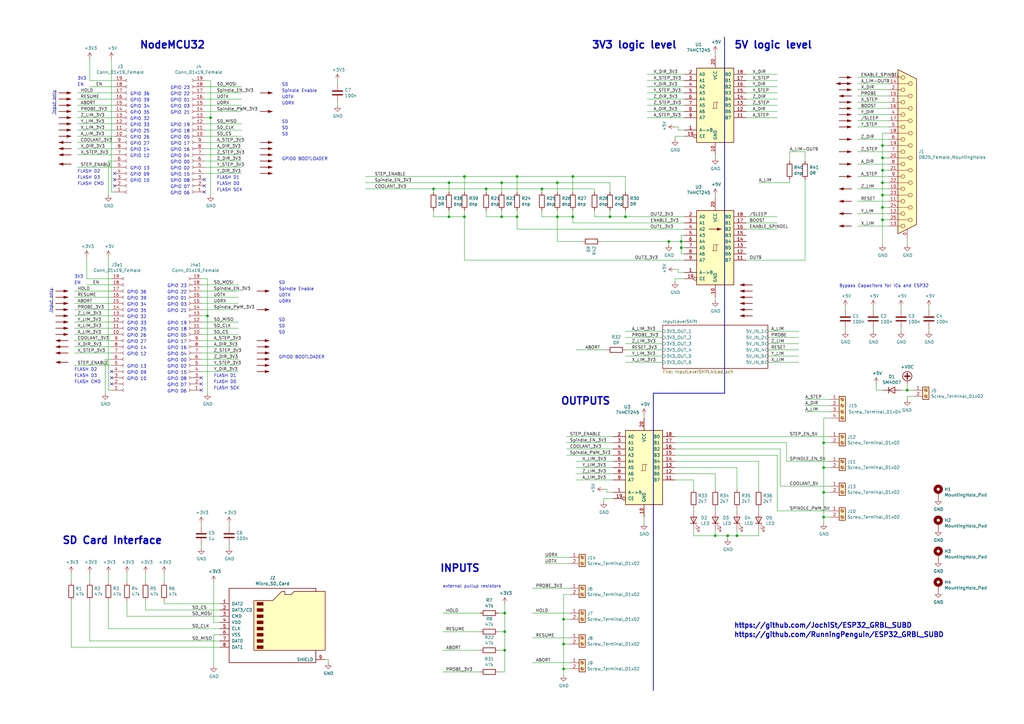
<source format=kicad_sch>
(kicad_sch (version 20211123) (generator eeschema)
  (paper "A3")
  (title_block (title "ESP32 GRBL SUB-D25") (date "2022-12-18") (rev "1.1") (company "Jochen Steinmann") (comment 1 "modified by Tobias Sachs"))
  (junction (at 361.95 64.77))
  (junction (at 337.82 201.93))
  (junction (at 190.5 72.39))
  (junction (at 212.09 88.9))
  (junction (at 337.82 212.09))
  (junction (at 250.19 88.9))
  (junction (at 337.82 191.77))
  (junction (at 231.14 274.32))
  (junction (at 361.95 90.17))
  (junction (at 85.09 129.54))
  (junction (at 205.74 88.9))
  (junction (at 361.95 74.93))
  (junction (at 228.6 88.9))
  (junction (at 222.25 77.47))
  (junction (at 228.6 74.93))
  (junction (at 207.01 266.7))
  (junction (at 234.95 72.39))
  (junction (at 298.45 219.71))
  (junction (at 212.09 72.39))
  (junction (at 231.14 254))
  (junction (at 205.74 74.93))
  (junction (at 372.11 160.02))
  (junction (at 361.95 85.09))
  (junction (at 207.01 259.08))
  (junction (at 199.39 77.47))
  (junction (at 279.4 101.6))
  (junction (at 190.5 88.9))
  (junction (at 207.01 251.46))
  (junction (at 274.32 99.06))
  (junction (at 337.82 181.61))
  (junction (at 256.54 88.9))
  (junction (at 361.95 59.69))
  (junction (at 184.15 74.93))
  (junction (at 184.15 88.9))
  (junction (at 86.36 48.26))
  (junction (at 361.95 69.85))
  (junction (at 234.95 88.9))
  (junction (at 302.26 219.71))
  (junction (at 361.95 80.01))
  (junction (at 177.8 77.47))
  (junction (at 279.4 99.06))
  (junction (at 231.14 264.16))
  (junction (at 293.37 219.71))
  (no_connect (at 45.72 154.94))
  (no_connect (at 45.72 157.48))
  (no_connect (at 83.82 76.2))
  (no_connect (at 83.82 78.74))
  (no_connect (at 82.55 157.48))
  (no_connect (at 82.55 160.02))
  (no_connect (at 82.55 154.94))
  (no_connect (at 45.72 152.4))
  (no_connect (at 46.99 71.12))
  (no_connect (at 46.99 73.66))
  (no_connect (at 46.99 76.2))
  (no_connect (at 83.82 73.66))
  (wire (pts (xy 311.15 217.17) (xy 311.15 219.71)))
  (wire (pts (xy 83.82 35.56) (xy 99.06 35.56)))
  (wire (pts (xy 231.14 243.84) (xy 231.14 254)))
  (wire (pts (xy 298.45 220.98) (xy 298.45 219.71)))
  (wire (pts (xy 35.56 114.3) (xy 35.56 105.41)))
  (wire (pts (xy 82.55 137.16) (xy 97.79 137.16)))
  (wire (pts (xy 222.25 88.9) (xy 228.6 88.9)))
  (wire (pts (xy 327.66 138.43) (xy 314.96 138.43)))
  (wire (pts (xy 234.95 78.74) (xy 234.95 72.39)))
  (wire (pts (xy 31.75 58.42) (xy 46.99 58.42)))
  (wire (pts (xy 30.48 129.54) (xy 45.72 129.54)))
  (wire (pts (xy 280.67 55.88) (xy 276.86 55.88)))
  (wire (pts (xy 251.46 201.93) (xy 248.92 201.93)))
  (wire (pts (xy 59.69 250.19) (xy 90.17 250.19)))
  (wire (pts (xy 133.35 270.51) (xy 134.62 270.51)))
  (wire (pts (xy 279.4 104.14) (xy 279.4 101.6)))
  (polyline (pts (xy 297.18 15.24) (xy 297.18 161.29)) (stroke (width 0.3048) (type solid)))
  (wire (pts (xy 82.55 116.84) (xy 97.79 116.84)))
  (wire (pts (xy 340.36 191.77) (xy 337.82 191.77)))
  (wire (pts (xy 36.83 238.76) (xy 36.83 234.95)))
  (wire (pts (xy 44.45 105.41) (xy 44.45 160.02)))
  (wire (pts (xy 250.19 74.93) (xy 250.19 78.74)))
  (wire (pts (xy 83.82 45.72) (xy 99.06 45.72)))
  (wire (pts (xy 228.6 99.06) (xy 228.6 88.9)))
  (wire (pts (xy 149.86 77.47) (xy 177.8 77.47)))
  (wire (pts (xy 337.82 201.93) (xy 340.36 201.93)))
  (wire (pts (xy 30.48 149.86) (xy 45.72 149.86)))
  (wire (pts (xy 184.15 74.93) (xy 184.15 78.74)))
  (wire (pts (xy 87.63 260.35) (xy 87.63 273.05)))
  (wire (pts (xy 36.83 262.89) (xy 90.17 262.89)))
  (wire (pts (xy 31.75 43.18) (xy 46.99 43.18)))
  (wire (pts (xy 330.2 106.68) (xy 330.2 73.66)))
  (wire (pts (xy 184.15 88.9) (xy 190.5 88.9)))
  (wire (pts (xy 243.84 77.47) (xy 243.84 78.74)))
  (wire (pts (xy 177.8 77.47) (xy 199.39 77.47)))
  (wire (pts (xy 82.55 139.7) (xy 97.79 139.7)))
  (wire (pts (xy 82.55 124.46) (xy 97.79 124.46)))
  (wire (pts (xy 177.8 77.47) (xy 177.8 78.74)))
  (wire (pts (xy 82.55 144.78) (xy 97.79 144.78)))
  (wire (pts (xy 280.67 99.06) (xy 279.4 99.06)))
  (wire (pts (xy 361.95 54.61) (xy 361.95 59.69)))
  (wire (pts (xy 265.43 38.1) (xy 280.67 38.1)))
  (wire (pts (xy 318.77 38.1) (xy 306.07 38.1)))
  (wire (pts (xy 358.14 125.73) (xy 358.14 127)))
  (wire (pts (xy 265.43 35.56) (xy 280.67 35.56)))
  (wire (pts (xy 351.79 34.29) (xy 364.49 34.29)))
  (wire (pts (xy 31.75 68.58) (xy 46.99 68.58)))
  (wire (pts (xy 45.72 116.84) (xy 35.56 116.84)))
  (wire (pts (xy 82.55 214.63) (xy 82.55 215.9)))
  (wire (pts (xy 364.49 52.07) (xy 351.79 52.07)))
  (wire (pts (xy 337.82 181.61) (xy 337.82 191.77)))
  (wire (pts (xy 293.37 208.28) (xy 293.37 209.55)))
  (wire (pts (xy 364.49 87.63) (xy 351.79 87.63)))
  (wire (pts (xy 236.22 194.31) (xy 251.46 194.31)))
  (wire (pts (xy 247.65 204.47) (xy 247.65 205.74)))
  (wire (pts (xy 83.82 63.5) (xy 99.06 63.5)))
  (wire (pts (xy 234.95 91.44) (xy 280.67 91.44)))
  (wire (pts (xy 265.43 43.18) (xy 280.67 43.18)))
  (wire (pts (xy 207.01 275.59) (xy 207.01 266.7)))
  (wire (pts (xy 364.49 54.61) (xy 361.95 54.61)))
  (wire (pts (xy 228.6 74.93) (xy 228.6 78.74)))
  (wire (pts (xy 327.66 140.97) (xy 314.96 140.97)))
  (wire (pts (xy 293.37 64.77) (xy 293.37 63.5)))
  (wire (pts (xy 346.71 125.73) (xy 346.71 127)))
  (wire (pts (xy 83.82 55.88) (xy 99.06 55.88)))
  (wire (pts (xy 337.82 212.09) (xy 337.82 214.63)))
  (wire (pts (xy 31.75 63.5) (xy 46.99 63.5)))
  (wire (pts (xy 243.84 86.36) (xy 243.84 88.9)))
  (wire (pts (xy 212.09 86.36) (xy 212.09 88.9)))
  (wire (pts (xy 320.04 199.39) (xy 320.04 184.15)))
  (wire (pts (xy 30.48 134.62) (xy 45.72 134.62)))
  (wire (pts (xy 149.86 74.93) (xy 184.15 74.93)))
  (wire (pts (xy 274.32 99.06) (xy 279.4 99.06)))
  (wire (pts (xy 31.75 48.26) (xy 46.99 48.26)))
  (wire (pts (xy 318.77 48.26) (xy 306.07 48.26)))
  (wire (pts (xy 323.85 62.23) (xy 330.2 62.23)))
  (wire (pts (xy 184.15 74.93) (xy 205.74 74.93)))
  (wire (pts (xy 361.95 90.17) (xy 364.49 90.17)))
  (wire (pts (xy 83.82 58.42) (xy 99.06 58.42)))
  (wire (pts (xy 293.37 22.86) (xy 293.37 21.59)))
  (wire (pts (xy 31.75 50.8) (xy 46.99 50.8)))
  (polyline (pts (xy 22.86 36.83) (xy 22.86 46.99)) (stroke (width 0.3048) (type solid) (color 132 132 132 1)))
  (wire (pts (xy 293.37 194.31) (xy 293.37 200.66)))
  (wire (pts (xy 278.13 111.76) (xy 278.13 110.49)))
  (wire (pts (xy 293.37 219.71) (xy 284.48 219.71)))
  (wire (pts (xy 212.09 93.98) (xy 280.67 93.98)))
  (wire (pts (xy 330.2 163.83) (xy 340.36 163.83)))
  (wire (pts (xy 149.86 72.39) (xy 190.5 72.39)))
  (wire (pts (xy 361.95 160.02) (xy 359.41 160.02)))
  (wire (pts (xy 181.61 259.08) (xy 196.85 259.08)))
  (wire (pts (xy 276.86 114.3) (xy 276.86 115.57)))
  (wire (pts (xy 248.92 201.93) (xy 248.92 200.66)))
  (wire (pts (xy 30.48 142.24) (xy 45.72 142.24)))
  (wire (pts (xy 280.67 101.6) (xy 279.4 101.6)))
  (wire (pts (xy 236.22 191.77) (xy 251.46 191.77)))
  (wire (pts (xy 67.31 247.65) (xy 67.31 246.38)))
  (wire (pts (xy 256.54 135.89) (xy 271.78 135.89)))
  (wire (pts (xy 83.82 71.12) (xy 99.06 71.12)))
  (wire (pts (xy 337.82 191.77) (xy 337.82 201.93)))
  (wire (pts (xy 222.25 86.36) (xy 222.25 88.9)))
  (wire (pts (xy 218.44 261.62) (xy 233.68 261.62)))
  (wire (pts (xy 233.68 264.16) (xy 231.14 264.16)))
  (wire (pts (xy 199.39 88.9) (xy 199.39 86.36)))
  (wire (pts (xy 306.07 106.68) (xy 330.2 106.68)))
  (wire (pts (xy 369.57 125.73) (xy 369.57 127)))
  (wire (pts (xy 251.46 204.47) (xy 247.65 204.47)))
  (wire (pts (xy 364.49 62.23) (xy 351.79 62.23)))
  (wire (pts (xy 284.48 208.28) (xy 284.48 209.55)))
  (wire (pts (xy 36.83 262.89) (xy 36.83 246.38)))
  (wire (pts (xy 265.43 48.26) (xy 280.67 48.26)))
  (wire (pts (xy 311.15 209.55) (xy 311.15 208.28)))
  (wire (pts (xy 218.44 251.46) (xy 233.68 251.46)))
  (wire (pts (xy 82.55 142.24) (xy 97.79 142.24)))
  (wire (pts (xy 256.54 143.51) (xy 271.78 143.51)))
  (wire (pts (xy 212.09 72.39) (xy 234.95 72.39)))
  (wire (pts (xy 265.43 45.72) (xy 280.67 45.72)))
  (wire (pts (xy 233.68 274.32) (xy 231.14 274.32)))
  (wire (pts (xy 280.67 111.76) (xy 278.13 111.76)))
  (wire (pts (xy 322.58 189.23) (xy 340.36 189.23)))
  (wire (pts (xy 361.95 85.09) (xy 361.95 90.17)))
  (wire (pts (xy 52.07 252.73) (xy 90.17 252.73)))
  (wire (pts (xy 276.86 179.07) (xy 340.36 179.07)))
  (wire (pts (xy 205.74 88.9) (xy 199.39 88.9)))
  (wire (pts (xy 83.82 38.1) (xy 99.06 38.1)))
  (wire (pts (xy 82.55 152.4) (xy 97.79 152.4)))
  (wire (pts (xy 83.82 68.58) (xy 99.06 68.58)))
  (wire (pts (xy 204.47 259.08) (xy 207.01 259.08)))
  (wire (pts (xy 276.86 191.77) (xy 302.26 191.77)))
  (wire (pts (xy 318.77 88.9) (xy 306.07 88.9)))
  (wire (pts (xy 256.54 148.59) (xy 271.78 148.59)))
  (wire (pts (xy 381 125.73) (xy 381 127)))
  (wire (pts (xy 361.95 69.85) (xy 361.95 74.93)))
  (wire (pts (xy 280.67 104.14) (xy 279.4 104.14)))
  (wire (pts (xy 223.52 228.6) (xy 233.68 228.6)))
  (wire (pts (xy 29.21 265.43) (xy 90.17 265.43)))
  (wire (pts (xy 302.26 191.77) (xy 302.26 200.66)))
  (wire (pts (xy 293.37 81.28) (xy 293.37 80.01)))
  (wire (pts (xy 52.07 238.76) (xy 52.07 234.95)))
  (wire (pts (xy 93.98 214.63) (xy 93.98 215.9)))
  (wire (pts (xy 212.09 88.9) (xy 212.09 93.98)))
  (wire (pts (xy 256.54 138.43) (xy 271.78 138.43)))
  (wire (pts (xy 31.75 40.64) (xy 46.99 40.64)))
  (wire (pts (xy 346.71 134.62) (xy 346.71 135.89)))
  (wire (pts (xy 364.49 69.85) (xy 361.95 69.85)))
  (wire (pts (xy 381 134.62) (xy 381 135.89)))
  (wire (pts (xy 43.18 147.32) (xy 43.18 161.29)))
  (wire (pts (xy 256.54 72.39) (xy 256.54 78.74)))
  (wire (pts (xy 256.54 86.36) (xy 256.54 88.9)))
  (wire (pts (xy 340.36 171.45) (xy 337.82 171.45)))
  (wire (pts (xy 67.31 247.65) (xy 90.17 247.65)))
  (wire (pts (xy 87.63 255.27) (xy 87.63 238.76)))
  (wire (pts (xy 231.14 264.16) (xy 231.14 274.32)))
  (wire (pts (xy 86.36 48.26) (xy 83.82 48.26)))
  (wire (pts (xy 59.69 250.19) (xy 59.69 246.38)))
  (wire (pts (xy 238.76 99.06) (xy 228.6 99.06)))
  (wire (pts (xy 46.99 35.56) (xy 36.83 35.56)))
  (wire (pts (xy 361.95 80.01) (xy 361.95 85.09)))
  (wire (pts (xy 177.8 88.9) (xy 177.8 86.36)))
  (wire (pts (xy 236.22 189.23) (xy 251.46 189.23)))
  (wire (pts (xy 207.01 251.46) (xy 207.01 259.08)))
  (wire (pts (xy 359.41 157.48) (xy 359.41 160.02)))
  (wire (pts (xy 361.95 64.77) (xy 361.95 69.85)))
  (wire (pts (xy 228.6 88.9) (xy 234.95 88.9)))
  (wire (pts (xy 82.55 121.92) (xy 97.79 121.92)))
  (wire (pts (xy 248.92 200.66) (xy 247.65 200.66)))
  (wire (pts (xy 298.45 219.71) (xy 293.37 219.71)))
  (wire (pts (xy 337.82 201.93) (xy 337.82 212.09)))
  (wire (pts (xy 364.49 92.71) (xy 351.79 92.71)))
  (wire (pts (xy 284.48 219.71) (xy 284.48 217.17)))
  (wire (pts (xy 85.09 114.3) (xy 85.09 129.54)))
  (wire (pts (xy 302.26 219.71) (xy 302.26 217.17)))
  (wire (pts (xy 82.55 223.52) (xy 82.55 224.79)))
  (wire (pts (xy 330.2 62.23) (xy 330.2 66.04)))
  (wire (pts (xy 364.49 74.93) (xy 361.95 74.93)))
  (wire (pts (xy 318.77 30.48) (xy 306.07 30.48)))
  (wire (pts (xy 29.21 265.43) (xy 29.21 246.38)))
  (wire (pts (xy 330.2 168.91) (xy 340.36 168.91)))
  (wire (pts (xy 31.75 60.96) (xy 46.99 60.96)))
  (wire (pts (xy 250.19 86.36) (xy 250.19 88.9)))
  (wire (pts (xy 364.49 80.01) (xy 361.95 80.01)))
  (wire (pts (xy 82.55 147.32) (xy 97.79 147.32)))
  (wire (pts (xy 86.36 48.26) (xy 86.36 80.01)))
  (wire (pts (xy 205.74 86.36) (xy 205.74 88.9)))
  (wire (pts (xy 59.69 238.76) (xy 59.69 234.95)))
  (wire (pts (xy 276.86 186.69) (xy 318.77 186.69)))
  (wire (pts (xy 31.75 45.72) (xy 46.99 45.72)))
  (wire (pts (xy 82.55 119.38) (xy 97.79 119.38)))
  (wire (pts (xy 138.43 41.91) (xy 138.43 43.18)))
  (wire (pts (xy 251.46 181.61) (xy 232.41 181.61)))
  (wire (pts (xy 276.86 196.85) (xy 284.48 196.85)))
  (wire (pts (xy 318.77 209.55) (xy 340.36 209.55)))
  (wire (pts (xy 311.15 74.93) (xy 323.85 74.93)))
  (wire (pts (xy 30.48 119.38) (xy 45.72 119.38)))
  (wire (pts (xy 218.44 241.3) (xy 233.68 241.3)))
  (wire (pts (xy 318.77 35.56) (xy 306.07 35.56)))
  (wire (pts (xy 364.49 36.83) (xy 351.79 36.83)))
  (wire (pts (xy 228.6 86.36) (xy 228.6 88.9)))
  (wire (pts (xy 323.85 74.93) (xy 323.85 73.66)))
  (wire (pts (xy 364.49 44.45) (xy 351.79 44.45)))
  (wire (pts (xy 323.85 62.23) (xy 323.85 66.04)))
  (wire (pts (xy 30.48 144.78) (xy 45.72 144.78)))
  (wire (pts (xy 30.48 139.7) (xy 45.72 139.7)))
  (wire (pts (xy 279.4 96.52) (xy 279.4 99.06)))
  (wire (pts (xy 31.75 38.1) (xy 46.99 38.1)))
  (wire (pts (xy 306.07 45.72) (xy 318.77 45.72)))
  (wire (pts (xy 233.68 254) (xy 231.14 254)))
  (wire (pts (xy 364.49 59.69) (xy 361.95 59.69)))
  (wire (pts (xy 311.15 189.23) (xy 311.15 200.66)))
  (wire (pts (xy 36.83 33.02) (xy 36.83 24.13)))
  (wire (pts (xy 222.25 77.47) (xy 222.25 78.74)))
  (wire (pts (xy 231.14 274.32) (xy 231.14 276.86)))
  (wire (pts (xy 361.95 74.93) (xy 361.95 80.01)))
  (wire (pts (xy 30.48 124.46) (xy 45.72 124.46)))
  (wire (pts (xy 83.82 50.8) (xy 99.06 50.8)))
  (wire (pts (xy 181.61 266.7) (xy 196.85 266.7)))
  (wire (pts (xy 45.72 160.02) (xy 44.45 160.02)))
  (wire (pts (xy 44.45 238.76) (xy 44.45 234.95)))
  (wire (pts (xy 374.65 160.02) (xy 372.11 160.02)))
  (wire (pts (xy 190.5 86.36) (xy 190.5 88.9)))
  (wire (pts (xy 369.57 134.62) (xy 369.57 135.89)))
  (wire (pts (xy 212.09 78.74) (xy 212.09 72.39)))
  (wire (pts (xy 274.32 99.06) (xy 274.32 100.33)))
  (wire (pts (xy 45.72 24.13) (xy 45.72 78.74)))
  (wire (pts (xy 31.75 55.88) (xy 46.99 55.88)))
  (wire (pts (xy 29.21 238.76) (xy 29.21 234.95)))
  (wire (pts (xy 243.84 77.47) (xy 222.25 77.47)))
  (wire (pts (xy 251.46 184.15) (xy 232.41 184.15)))
  (wire (pts (xy 311.15 219.71) (xy 302.26 219.71)))
  (wire (pts (xy 85.09 129.54) (xy 85.09 161.29)))
  (wire (pts (xy 204.47 266.7) (xy 207.01 266.7)))
  (wire (pts (xy 83.82 43.18) (xy 99.06 43.18)))
  (wire (pts (xy 276.86 55.88) (xy 276.86 57.15)))
  (wire (pts (xy 364.49 77.47) (xy 351.79 77.47)))
  (wire (pts (xy 181.61 275.59) (xy 196.85 275.59)))
  (wire (pts (xy 278.13 110.49) (xy 276.86 110.49)))
  (wire (pts (xy 372.11 160.02) (xy 372.11 157.48)))
  (wire (pts (xy 82.55 127) (xy 97.79 127)))
  (wire (pts (xy 256.54 140.97) (xy 271.78 140.97)))
  (wire (pts (xy 233.68 243.84) (xy 231.14 243.84)))
  (wire (pts (xy 318.77 33.02) (xy 306.07 33.02)))
  (wire (pts (xy 44.45 257.81) (xy 44.45 246.38)))
  (wire (pts (xy 82.55 134.62) (xy 97.79 134.62)))
  (wire (pts (xy 364.49 82.55) (xy 351.79 82.55)))
  (wire (pts (xy 45.72 114.3) (xy 35.56 114.3)))
  (wire (pts (xy 184.15 88.9) (xy 177.8 88.9)))
  (wire (pts (xy 280.67 96.52) (xy 279.4 96.52)))
  (wire (pts (xy 90.17 255.27) (xy 87.63 255.27)))
  (wire (pts (xy 330.2 166.37) (xy 340.36 166.37)))
  (wire (pts (xy 276.86 189.23) (xy 311.15 189.23)))
  (wire (pts (xy 265.43 33.02) (xy 280.67 33.02)))
  (wire (pts (xy 327.66 148.59) (xy 314.96 148.59)))
  (wire (pts (xy 83.82 60.96) (xy 99.06 60.96)))
  (wire (pts (xy 364.49 39.37) (xy 351.79 39.37)))
  (wire (pts (xy 85.09 129.54) (xy 82.55 129.54)))
  (wire (pts (xy 372.11 160.02) (xy 369.57 160.02)))
  (wire (pts (xy 184.15 86.36) (xy 184.15 88.9)))
  (wire (pts (xy 205.74 88.9) (xy 212.09 88.9)))
  (wire (pts (xy 44.45 66.04) (xy 44.45 80.01)))
  (wire (pts (xy 276.86 184.15) (xy 320.04 184.15)))
  (wire (pts (xy 250.19 88.9) (xy 256.54 88.9)))
  (wire (pts (xy 30.48 121.92) (xy 45.72 121.92)))
  (wire (pts (xy 204.47 275.59) (xy 207.01 275.59)))
  (wire (pts (xy 83.82 33.02) (xy 86.36 33.02)))
  (wire (pts (xy 82.55 132.08) (xy 97.79 132.08)))
  (wire (pts (xy 327.66 143.51) (xy 314.96 143.51)))
  (wire (pts (xy 327.66 146.05) (xy 314.96 146.05)))
  (wire (pts (xy 284.48 196.85) (xy 284.48 200.66)))
  (wire (pts (xy 318.77 209.55) (xy 318.77 186.69)))
  (wire (pts (xy 190.5 72.39) (xy 212.09 72.39)))
  (wire (pts (xy 232.41 186.69) (xy 251.46 186.69)))
  (wire (pts (xy 46.99 33.02) (xy 36.83 33.02)))
  (wire (pts (xy 265.43 40.64) (xy 280.67 40.64)))
  (wire (pts (xy 265.43 30.48) (xy 280.67 30.48)))
  (wire (pts (xy 364.49 67.31) (xy 351.79 67.31)))
  (wire (pts (xy 361.95 90.17) (xy 361.95 100.33)))
  (wire (pts (xy 293.37 219.71) (xy 293.37 217.17)))
  (wire (pts (xy 93.98 223.52) (xy 93.98 224.79)))
  (wire (pts (xy 234.95 88.9) (xy 234.95 91.44)))
  (wire (pts (xy 31.75 53.34) (xy 46.99 53.34)))
  (wire (pts (xy 236.22 196.85) (xy 251.46 196.85)))
  (wire (pts (xy 199.39 77.47) (xy 199.39 78.74)))
  (wire (pts (xy 256.54 146.05) (xy 271.78 146.05)))
  (wire (pts (xy 46.99 66.04) (xy 44.45 66.04)))
  (wire (pts (xy 83.82 66.04) (xy 99.06 66.04)))
  (wire (pts (xy 337.82 212.09) (xy 340.36 212.09)))
  (wire (pts (xy 231.14 254) (xy 231.14 264.16)))
  (wire (pts (xy 30.48 132.08) (xy 45.72 132.08)))
  (wire (pts (xy 190.5 72.39) (xy 190.5 78.74)))
  (wire (pts (xy 234.95 86.36) (xy 234.95 88.9)))
  (wire (pts (xy 83.82 40.64) (xy 99.06 40.64)))
  (polyline (pts (xy 21.59 118.11) (xy 21.59 128.27)) (stroke (width 0.3048) (type solid) (color 132 132 132 1)))
  (wire (pts (xy 318.77 40.64) (xy 306.07 40.64)))
  (wire (pts (xy 218.44 271.78) (xy 233.68 271.78)))
  (wire (pts (xy 228.6 74.93) (xy 250.19 74.93)))
  (wire (pts (xy 364.49 57.15) (xy 351.79 57.15)))
  (wire (pts (xy 306.07 91.44) (xy 318.77 91.44)))
  (wire (pts (xy 302.26 209.55) (xy 302.26 208.28)))
  (wire (pts (xy 82.55 114.3) (xy 85.09 114.3)))
  (polyline (pts (xy 267.97 161.29) (xy 267.97 283.21)) (stroke (width 0.3048) (type solid)))
  (wire (pts (xy 322.58 189.23) (xy 322.58 181.61)))
  (wire (pts (xy 243.84 88.9) (xy 250.19 88.9)))
  (wire (pts (xy 199.39 77.47) (xy 222.25 77.47)))
  (wire (pts (xy 279.4 101.6) (xy 279.4 99.06)))
  (wire (pts (xy 45.72 147.32) (xy 43.18 147.32)))
  (wire (pts (xy 207.01 259.08) (xy 207.01 266.7)))
  (wire (pts (xy 351.79 31.75) (xy 364.49 31.75)))
  (wire (pts (xy 236.22 143.51) (xy 248.92 143.51)))
  (wire (pts (xy 320.04 199.39) (xy 340.36 199.39)))
  (wire (pts (xy 364.49 49.53) (xy 351.79 49.53)))
  (wire (pts (xy 361.95 59.69) (xy 361.95 64.77)))
  (wire (pts (xy 337.82 171.45) (xy 337.82 181.61)))
  (wire (pts (xy 264.16 212.09) (xy 264.16 214.63)))
  (wire (pts (xy 204.47 251.46) (xy 207.01 251.46)))
  (wire (pts (xy 318.77 93.98) (xy 306.07 93.98)))
  (wire (pts (xy 358.14 135.89) (xy 358.14 134.62)))
  (wire (pts (xy 293.37 123.19) (xy 293.37 121.92)))
  (wire (pts (xy 83.82 53.34) (xy 99.06 53.34)))
  (wire (pts (xy 30.48 137.16) (xy 45.72 137.16)))
  (wire (pts (xy 280.67 53.34) (xy 278.13 53.34)))
  (wire (pts (xy 364.49 72.39) (xy 351.79 72.39)))
  (wire (pts (xy 67.31 238.76) (xy 67.31 234.95)))
  (wire (pts (xy 44.45 257.81) (xy 90.17 257.81)))
  (wire (pts (xy 302.26 219.71) (xy 298.45 219.71)))
  (wire (pts (xy 190.5 88.9) (xy 190.5 106.68)))
  (wire (pts (xy 314.96 135.89) (xy 327.66 135.89)))
  (polyline (pts (xy 267.97 161.29) (xy 297.18 161.29)) (stroke (width 0.3048) (type solid)))
  (wire (pts (xy 372.11 162.56) (xy 372.11 163.83)))
  (wire (pts (xy 372.11 100.33) (xy 372.11 97.79)))
  (wire (pts (xy 232.41 179.07) (xy 251.46 179.07)))
  (wire (pts (xy 364.49 85.09) (xy 361.95 85.09)))
  (wire (pts (xy 138.43 33.02) (xy 138.43 34.29)))
  (wire (pts (xy 207.01 247.65) (xy 207.01 251.46)))
  (wire (pts (xy 82.55 149.86) (xy 97.79 149.86)))
  (wire (pts (xy 264.16 171.45) (xy 264.16 170.18)))
  (wire (pts (xy 256.54 88.9) (xy 280.67 88.9)))
  (wire (pts (xy 30.48 127) (xy 45.72 127)))
  (wire (pts (xy 181.61 251.46) (xy 196.85 251.46)))
  (wire (pts (xy 234.95 72.39) (xy 256.54 72.39)))
  (wire (pts (xy 364.49 64.77) (xy 361.95 64.77)))
  (wire (pts (xy 364.49 41.91) (xy 351.79 41.91)))
  (wire (pts (xy 278.13 53.34) (xy 278.13 52.07)))
  (wire (pts (xy 86.36 33.02) (xy 86.36 48.26)))
  (wire (pts (xy 246.38 99.06) (xy 274.32 99.06)))
  (wire (pts (xy 337.82 181.61) (xy 340.36 181.61)))
  (wire (pts (xy 280.67 106.68) (xy 190.5 106.68)))
  (wire (pts (xy 276.86 181.61) (xy 322.58 181.61)))
  (wire (pts (xy 276.86 194.31) (xy 293.37 194.31)))
  (wire (pts (xy 280.67 114.3) (xy 276.86 114.3)))
  (wire (pts (xy 205.74 78.74) (xy 205.74 74.93)))
  (wire (pts (xy 46.99 78.74) (xy 45.72 78.74)))
  (wire (pts (xy 205.74 74.93) (xy 228.6 74.93)))
  (wire (pts (xy 223.52 231.14) (xy 233.68 231.14)))
  (wire (pts (xy 318.77 43.18) (xy 306.07 43.18)))
  (wire (pts (xy 134.62 270.51) (xy 134.62 271.78)))
  (wire (pts (xy 374.65 162.56) (xy 372.11 162.56)))
  (wire (pts (xy 52.07 252.73) (xy 52.07 246.38)))
  (wire (pts (xy 278.13 52.07) (xy 276.86 52.07)))
  (wire (pts (xy 90.17 260.35) (xy 87.63 260.35)))
  (wire (pts (xy 364.49 46.99) (xy 351.79 46.99)))
  (text "GPIO 03" (at 68.58 125.73 0) (effects (font (size 1.27 1.27)) (justify left bottom)))
  (text "EN" (at 30.48 116.84 0) (effects (font (size 1.27 1.27)) (justify left bottom)))
  (text "GPIO 19" (at 68.58 133.35 0) (effects (font (size 1.27 1.27)) (justify left bottom)))
  (text "EN" (at 31.75 35.56 0) (effects (font (size 1.27 1.27)) (justify left bottom)))
  (text "GPIO 21" (at 68.58 128.27 0) (effects (font (size 1.27 1.27)) (justify left bottom)))
  (text "SD" (at 114.3 116.84 0) (effects (font (size 1.27 1.27)) (justify left bottom)))
  (text "GPIO 01" (at 69.85 41.91 0) (effects (font (size 1.27 1.27)) (justify left bottom)))
  (text "GPIO 21" (at 69.85 46.99 0) (effects (font (size 1.27 1.27)) (justify left bottom)))
  (text "GPIO 09" (at 52.07 153.67 0) (effects (font (size 1.27 1.27)) (justify left bottom)))
  (text "FLASH D0" (at 88.9 76.2 0) (effects (font (size 1.27 1.27)) (justify left bottom)))
  (text "GPIO 15" (at 68.58 153.67 0) (effects (font (size 1.27 1.27)) (justify left bottom)))
  (text "GPIO 01" (at 68.58 123.19 0) (effects (font (size 1.27 1.27)) (justify left bottom)))
  (text "GPIO 27" (at 52.07 140.97 0) (effects (font (size 1.27 1.27)) (justify left bottom)))
  (text "GPIO 33" (at 53.34 52.07 0) (effects (font (size 1.27 1.27)) (justify left bottom)))
  (text "GPIO0 BOOTLOADER" (at 114.3 147.32 0) (effects (font (size 1.27 1.27)) (justify left bottom)))
  (text "GPIO 08" (at 68.58 156.21 0) (effects (font (size 1.27 1.27)) (justify left bottom)))
  (text "U0RX" (at 114.3 124.46 0) (effects (font (size 1.27 1.27)) (justify left bottom)))
  (text "FLASH CMD" (at 30.48 157.48 0) (effects (font (size 1.27 1.27)) (justify left bottom)))
  (text "GPIO 12" (at 53.34 64.77 0) (effects (font (size 1.27 1.27)) (justify left bottom)))
  (text "SD" (at 114.3 137.16 0) (effects (font (size 1.27 1.27)) (justify left bottom)))
  (text "GPIO 32" (at 52.07 130.81 0) (effects (font (size 1.27 1.27)) (justify left bottom)))
  (text "GPIO 04" (at 69.85 64.77 0) (effects (font (size 1.27 1.27)) (justify left bottom)))
  (text "GPIO 02" (at 68.58 151.13 0) (effects (font (size 1.27 1.27)) (justify left bottom)))
  (text "GPIO0 BOOTLOADER" (at 115.57 66.04 0) (effects (font (size 1.27 1.27)) (justify left bottom)))
  (text "3V3" (at 30.48 114.3 0) (effects (font (size 1.27 1.27)) (justify left bottom)))
  (text "GPIO 35" (at 53.34 46.99 0) (effects (font (size 1.27 1.27)) (justify left bottom)))
  (text "OUTPUTS" (at 229.87 166.37 0) (effects (font (size 2.9972 2.9972) (thickness 0.5994) bold) (justify left bottom)))
  (text "Spindle Enable" (at 114.3 119.38 0) (effects (font (size 1.27 1.27)) (justify left bottom)))
  (text "https://github.com/JochiSt/ESP32_GRBL_SUBD" (at 300.99 257.81 0) (effects (font (size 2.0066 2.0066) (thickness 0.4013) bold) (justify left bottom)))
  (text "GPIO 15" (at 69.85 72.39 0) (effects (font (size 1.27 1.27)) (justify left bottom)))
  (text "GPIO 00" (at 68.58 148.59 0) (effects (font (size 1.27 1.27)) (justify left bottom)))
  (text "GPIO 12" (at 52.07 146.05 0) (effects (font (size 1.27 1.27)) (justify left bottom)))
  (text "GPIO 03" (at 69.85 44.45 0) (effects (font (size 1.27 1.27)) (justify left bottom)))
  (text "GPIO 23" (at 68.58 118.11 0) (effects (font (size 1.27 1.27)) (justify left bottom)))
  (text "GPIO 22" (at 69.85 39.37 0) (effects (font (size 1.27 1.27)) (justify left bottom)))
  (text "GPIO 25" (at 53.34 54.61 0) (effects (font (size 1.27 1.27)) (justify left bottom)))
  (text "Bypass Capacitors for ICs and ESP32" (at 344.17 118.11 0) (effects (font (size 1.27 1.27)) (justify left bottom)))
  (text "FLASH SCK" (at 87.63 160.02 0) (effects (font (size 1.27 1.27)) (justify left bottom)))
  (text "GPIO 34" (at 53.34 44.45 0) (effects (font (size 1.27 1.27)) (justify left bottom)))
  (text "SD" (at 114.3 132.08 0) (effects (font (size 1.27 1.27)) (justify left bottom)))
  (text "GPIO 07" (at 68.58 158.75 0) (effects (font (size 1.27 1.27)) (justify left bottom)))
  (text "GPIO 10" (at 52.07 156.21 0) (effects (font (size 1.27 1.27)) (justify left bottom)))
  (text "GPIO 04" (at 68.58 146.05 0) (effects (font (size 1.27 1.27)) (justify left bottom)))
  (text "GPIO 32" (at 53.34 49.53 0) (effects (font (size 1.27 1.27)) (justify left bottom)))
  (text "5V logic level" (at 300.99 20.32 0) (effects (font (size 2.9972 2.9972) (thickness 0.5994) bold) (justify left bottom)))
  (text "GPIO 22" (at 68.58 120.65 0) (effects (font (size 1.27 1.27)) (justify left bottom)))
  (text "input only" (at 22.86 46.99 90) (effects (font (size 1.27 1.27)) (justify left bottom)))
  (text "GPIO 36" (at 52.07 120.65 0) (effects (font (size 1.27 1.27)) (justify left bottom)))
  (text "FLASH D2" (at 30.48 152.4 0) (effects (font (size 1.27 1.27)) (justify left bottom)))
  (text "SD" (at 115.57 50.8 0) (effects (font (size 1.27 1.27)) (justify left bottom)))
  (text "SD Card Interface" (at 25.4 223.52 0) (effects (font (size 2.9972 2.9972) (thickness 0.5994) bold) (justify left bottom)))
  (text "input only" (at 21.59 128.27 90) (effects (font (size 1.27 1.27)) (justify left bottom)))
  (text "GPIO 26" (at 52.07 138.43 0) (effects (font (size 1.27 1.27)) (justify left bottom)))
  (text "FLASH SCK" (at 88.9 78.74 0) (effects (font (size 1.27 1.27)) (justify left bottom)))
  (text "GPIO 27" (at 53.34 59.69 0) (effects (font (size 1.27 1.27)) (justify left bottom)))
  (text "U0RX" (at 115.57 43.18 0) (effects (font (size 1.27 1.27)) (justify left bottom)))
  (text "GPIO 34" (at 52.07 125.73 0) (effects (font (size 1.27 1.27)) (justify left bottom)))
  (text "GPIO 06" (at 69.85 80.01 0) (effects (font (size 1.27 1.27)) (justify left bottom)))
  (text "GPIO 35" (at 52.07 128.27 0) (effects (font (size 1.27 1.27)) (justify left bottom)))
  (text "SD" (at 115.57 55.88 0) (effects (font (size 1.27 1.27)) (justify left bottom)))
  (text "U0TX" (at 114.3 121.92 0) (effects (font (size 1.27 1.27)) (justify left bottom)))
  (text "GPIO 16" (at 68.58 143.51 0) (effects (font (size 1.27 1.27)) (justify left bottom)))
  (text "external pullup resistors" (at 181.61 241.3 0) (effects (font (size 1.27 1.27)) (justify left bottom)))
  (text "Spindle Enable" (at 115.57 38.1 0) (effects (font (size 1.27 1.27)) (justify left bottom)))
  (text "GPIO 05" (at 68.58 138.43 0) (effects (font (size 1.27 1.27)) (justify left bottom)))
  (text "GPIO 14" (at 52.07 143.51 0) (effects (font (size 1.27 1.27)) (justify left bottom)))
  (text "3V3" (at 31.75 33.02 0) (effects (font (size 1.27 1.27)) (justify left bottom)))
  (text "FLASH D0" (at 87.63 157.48 0) (effects (font (size 1.27 1.27)) (justify left bottom)))
  (text "U0TX" (at 115.57 40.64 0) (effects (font (size 1.27 1.27)) (justify left bottom)))
  (text "GPIO 17" (at 68.58 140.97 0) (effects (font (size 1.27 1.27)) (justify left bottom)))
  (text "GPIO 10" (at 53.34 74.93 0) (effects (font (size 1.27 1.27)) (justify left bottom)))
  (text "FLASH CMD" (at 31.75 76.2 0) (effects (font (size 1.27 1.27)) (justify left bottom)))
  (text "GPIO 23" (at 69.85 36.83 0) (effects (font (size 1.27 1.27)) (justify left bottom)))
  (text "FLASH D3" (at 30.48 154.94 0) (effects (font (size 1.27 1.27)) (justify left bottom)))
  (text "GPIO 18" (at 68.58 135.89 0) (effects (font (size 1.27 1.27)) (justify left bottom)))
  (text "GPIO 33" (at 52.07 133.35 0) (effects (font (size 1.27 1.27)) (justify left bottom)))
  (text "GPIO 17" (at 69.85 59.69 0) (effects (font (size 1.27 1.27)) (justify left bottom)))
  (text "NodeMCU32" (at 57.15 20.32 0) (effects (font (size 2.9972 2.9972) (thickness 0.5994) bold) (justify left bottom)))
  (text "GPIO 13" (at 52.07 151.13 0) (effects (font (size 1.27 1.27)) (justify left bottom)))
  (text "GPIO 08" (at 69.85 74.93 0) (effects (font (size 1.27 1.27)) (justify left bottom)))
  (text "GPIO 14" (at 53.34 62.23 0) (effects (font (size 1.27 1.27)) (justify left bottom)))
  (text "GPIO 06" (at 68.58 161.29 0) (effects (font (size 1.27 1.27)) (justify left bottom)))
  (text "GPIO 00" (at 69.85 67.31 0) (effects (font (size 1.27 1.27)) (justify left bottom)))
  (text "3V3 logic level" (at 242.57 20.32 0) (effects (font (size 2.9972 2.9972) (thickness 0.5994) bold) (justify left bottom)))
  (text "SD" (at 115.57 35.56 0) (effects (font (size 1.27 1.27)) (justify left bottom)))
  (text "GPIO 07" (at 69.85 77.47 0) (effects (font (size 1.27 1.27)) (justify left bottom)))
  (text "GPIO 19" (at 69.85 52.07 0) (effects (font (size 1.27 1.27)) (justify left bottom)))
  (text "https://github.com/RunningPenguin/ESP32_GRBL_SUBD" (at 300.99 261.62 0) (effects (font (size 2.0066 2.0066) (thickness 0.4013) bold) (justify left bottom)))
  (text "GPIO 05" (at 69.85 57.15 0) (effects (font (size 1.27 1.27)) (justify left bottom)))
  (text "SD" (at 114.3 134.62 0) (effects (font (size 1.27 1.27)) (justify left bottom)))
  (text "GPIO 09" (at 53.34 72.39 0) (effects (font (size 1.27 1.27)) (justify left bottom)))
  (text "FLASH D1" (at 87.63 154.94 0) (effects (font (size 1.27 1.27)) (justify left bottom)))
  (text "SD" (at 115.57 53.34 0) (effects (font (size 1.27 1.27)) (justify left bottom)))
  (text "FLASH D3" (at 31.75 73.66 0) (effects (font (size 1.27 1.27)) (justify left bottom)))
  (text "GPIO 39" (at 53.34 41.91 0) (effects (font (size 1.27 1.27)) (justify left bottom)))
  (text "GPIO 18" (at 69.85 54.61 0) (effects (font (size 1.27 1.27)) (justify left bottom)))
  (text "FLASH D2" (at 31.75 71.12 0) (effects (font (size 1.27 1.27)) (justify left bottom)))
  (text "INPUTS" (at 180.34 234.95 0) (effects (font (size 2.9972 2.9972) (thickness 0.5994) bold) (justify left bottom)))
  (text "GPIO 25" (at 52.07 135.89 0) (effects (font (size 1.27 1.27)) (justify left bottom)))
  (text "GPIO 16" (at 69.85 62.23 0) (effects (font (size 1.27 1.27)) (justify left bottom)))
  (text "GPIO 39" (at 52.07 123.19 0) (effects (font (size 1.27 1.27)) (justify left bottom)))
  (text "GPIO 36" (at 53.34 39.37 0) (effects (font (size 1.27 1.27)) (justify left bottom)))
  (text "GPIO 26" (at 53.34 57.15 0) (effects (font (size 1.27 1.27)) (justify left bottom)))
  (text "GPIO 02" (at 69.85 69.85 0) (effects (font (size 1.27 1.27)) (justify left bottom)))
  (text "GPIO 13" (at 53.34 69.85 0) (effects (font (size 1.27 1.27)) (justify left bottom)))
  (text "FLASH D1" (at 88.9 73.66 0) (effects (font (size 1.27 1.27)) (justify left bottom)))
  (label "X_STEP" (at 308.61 33.02 0))
  (label "RESUME" (at 33.02 40.64 0))
  (label "PROBE_3V3" (at 182.88 275.59 0))
  (label "HOLD" (at 182.88 251.46 0))
  (label "Y_LIM_3V3" (at 33.02 50.8 0))
  (label "Y_STEP" (at 353.06 52.07 0))
  (label "U0RX" (at 223.52 228.6 0))
  (label "A_LIM_3V3" (at 33.02 55.88 0))
  (label "HOLD" (at 219.71 251.46 0))
  (label "PROBE_3V3" (at 31.75 127 0))
  (label "Z_DIR_3V3" (at 267.97 40.64 0))
  (label "A_DIR_3V3" (at 267.97 45.72 0))
  (label "ABORT" (at 182.88 266.7 0))
  (label "X_STEP_3V3" (at 33.02 63.5 0))
  (label "SD_CLK" (at 78.74 257.81 0))
  (label "Z_LIM_3V3" (at 259.08 140.97 0))
  (label "ENABLE_SPINDEL" (at 353.06 31.75 0))
  (label "HOLD" (at 33.02 38.1 0))
  (label "U0RX" (at 88.9 43.18 0))
  (label "A_STEP" (at 308.61 48.26 0))
  (label "A_STEP_3V3" (at 87.63 139.7 0))
  (label "RESET_3V3" (at 259.08 143.51 0))
  (label "X_DIR" (at 308.61 30.48 0))
  (label "U0TX" (at 223.52 231.14 0))
  (label "RESUME" (at 182.88 259.08 0))
  (label "RESUME" (at 31.75 121.92 0))
  (label "PROBE_3V3" (at 259.08 138.43 0))
  (label "Y_DIR_3V3" (at 88.9 71.12 0))
  (label "SD_MOSI" (at 78.74 252.73 0))
  (label "A_LIM" (at 311.15 74.93 0))
  (label "ABORT" (at 31.75 124.46 0))
  (label "X_LIM_3V3" (at 238.76 189.23 0))
  (label "X_DIR" (at 353.06 36.83 0))
  (label "X_LIM" (at 353.06 92.71 0))
  (label "A_LIM_3V3" (at 238.76 196.85 0))
  (label "STEP_ENABLE" (at 153.67 72.39 0))
  (label "A_DIR" (at 353.06 67.31 0))
  (label "ENABLE_SPINDEL" (at 307.34 93.98 0))
  (label "EN" (at 38.1 116.84 0))
  (label "COOLANT_3V3" (at 233.68 184.15 0))
  (label "Z_LIM" (at 316.23 140.97 0))
  (label "Z_DIR_3V3" (at 88.9 66.04 0))
  (label "SD_CLK" (at 88.9 53.34 0))
  (label "Z_DIR" (at 308.61 40.64 0))
  (label "Y_STEP_3V3" (at 87.63 149.86 0))
  (label "OUT9" (at 307.34 106.68 0))
  (label "OUT3_3V3" (at 260.35 106.68 0))
  (label "A_STEP" (at 353.06 72.39 0))
  (label "OUT2_3V3" (at 266.7 88.9 0))
  (label "STEP_ENABLE" (at 33.02 68.58 0))
  (label "ENABLE_3V3" (at 266.7 91.44 0))
  (label "Y_STEP_3V3" (at 267.97 38.1 0))
  (label "RESET" (at 316.23 143.51 0))
  (label "{slash}SLEEP" (at 307.34 88.9 0))
  (label "STEP_EN_5V" (at 323.85 179.07 0))
  (label "X_STEP" (at 353.06 41.91 0))
  (label "A_DIR" (at 330.2 166.37 0))
  (label "A_STEP_3V3" (at 88.9 58.42 0))
  (label "X_DIR_3V3" (at 33.02 60.96 0))
  (label "Y_LIM_3V3" (at 31.75 132.08 0))
  (label "ABORT" (at 240.03 143.51 0))
  (label "ABORT" (at 33.02 43.18 0))
  (label "X_STEP_3V3" (at 267.97 33.02 0))
  (label "{slash}SLEEP" (at 353.06 49.53 0))
  (label "BOOST" (at 307.34 91.44 0))
  (label "A_LIM_3V3" (at 31.75 137.16 0))
  (label "U0TX" (at 87.63 121.92 0))
  (label "PROBE" (at 353.06 39.37 0))
  (label "X_DIR_3V3" (at 267.97 30.48 0))
  (label "Z_LIM" (at 353.06 77.47 0))
  (label "Z_STEP" (at 353.06 62.23 0))
  (label "X_LIM" (at 316.23 148.59 0))
  (label "Y_STEP" (at 308.61 38.1 0))
  (label "COOLANT_3V3" (at 153.67 77.47 0))
  (label "Y_LIM_3V3" (at 238.76 191.77 0))
  (label "Z_STEP_3V3" (at 267.97 43.18 0))
  (label "Spindle_EN_3V3" (at 233.68 181.61 0))
  (label "A_STEP_3V3" (at 267.97 48.26 0))
  (label "OUT1_3V3" (at 266.7 93.98 0))
  (label "HOLD" (at 31.75 119.38 0))
  (label "A_LIM-OUT9" (at 353.06 34.29 0))
  (label "ABORT" (at 219.71 271.78 0))
  (label "Y_DIR_3V3" (at 267.97 35.56 0))
  (label "X_LIM_3V3" (at 31.75 134.62 0))
  (label "A_LIM-OUT9" (at 323.85 62.23 0))
  (label "RESET" (at 353.06 82.55 0))
  (label "A_DIR_3V3" (at 87.63 142.24 0))
  (label "COOLANT_5V" (at 323.85 199.39 0))
  (label "A_DIR_3V3" (at 88.9 60.96 0))
  (label "RESUME" (at 219.71 261.62 0))
  (label "Y_STEP_3V3" (at 88.9 68.58 0))
  (label "PROBE_3V3" (at 219.71 241.3 0))
  (label "A_LIM_3V3" (at 259.08 135.89 0))
  (label "PROBE" (at 316.23 138.43 0))
  (label "SD_CS" (at 88.9 55.88 0))
  (label "Z_LIM_3V3" (at 33.02 48.26 0))
  (label "Y_DIR" (at 308.61 35.56 0))
  (label "SD_MOSI" (at 87.63 116.84 0))
  (label "COOLANT_3V3" (at 31.75 139.7 0))
  (label "Z_DIR_3V3" (at 87.63 147.32 0))
  (label "SD_MISO" (at 88.9 50.8 0))
  (label "U0RX" (at 87.63 124.46 0))
  (label "SD_MISO" (at 87.63 132.08 0))
  (label "SPINDLE_PWM_5V" (at 323.85 209.55 0))
  (label "A_LIM" (at 330.2 168.91 0))
  (label "BOOST" (at 353.06 44.45 0))
  (label "STEP_ENABLE" (at 233.68 179.07 0))
  (label "A_LIM" (at 316.23 135.89 0))
  (label "Z_LIM_3V3" (at 31.75 129.54 0))
  (label "Y_LIM_3V3" (at 259.08 146.05 0))
  (label "SD_MOSI" (at 88.9 35.56 0))
  (label "U0TX" (at 88.9 40.64 0))
  (label "A_STEP" (at 330.2 163.83 0))
  (label "Z_STEP_3V3" (at 88.9 63.5 0))
  (label "SD_CLK" (at 87.63 134.62 0))
  (label "Spindle_PWM_3V3" (at 87.63 127 0))
  (label "X_STEP_3V3" (at 31.75 144.78 0))
  (label "Spindle_PWM_3V3" (at 88.9 45.72 0))
  (label "SPINDLE_EN_5V" (at 323.85 189.23 0))
  (label "Spindle_PWM_3V3" (at 233.68 186.69 0))
  (label "COOLANT_3V3" (at 33.02 58.42 0))
  (label "PROBE_3V3" (at 33.02 45.72 0))
  (label "Z_DIR" (at 353.06 57.15 0))
  (label "STEP_ENABLE" (at 31.75 149.86 0))
  (label "X_DIR_3V3" (at 31.75 142.24 0))
  (label "Y_DIR_3V3" (at 87.63 152.4 0))
  (label "Y_LIM" (at 353.06 87.63 0))
  (label "SD_MISO" (at 78.74 262.89 0))
  (label "SD_CS" (at 78.74 250.19 0))
  (label "EN" (at 39.37 35.56 0))
  (label "Spindle_EN_3V3" (at 87.63 119.38 0))
  (label "SD_CS" (at 87.63 137.16 0))
  (label "Z_LIM_3V3" (at 238.76 194.31 0))
  (label "Z_STEP_3V3" (at 87.63 144.78 0))
  (label "Spindle_EN_3V3" (at 88.9 38.1 0))
  (label "X_LIM_3V3" (at 259.08 148.59 0))
  (label "Spindle_EN_3V3" (at 153.67 74.93 0))
  (label "Y_LIM" (at 316.23 146.05 0))
  (label "A_DIR" (at 308.61 45.72 0))
  (label "Z_STEP" (at 308.61 43.18 0))
  (label "Y_DIR" (at 353.06 46.99 0))
  (label "X_LIM_3V3" (at 33.02 53.34 0))
  (symbol (lib_id "Connector:DB25_Female_MountingHoles") (at 372.11 62.23 0) (unit 1)
    (property "Reference" "J1" (at 376.682 62.1792 0) (effects (justify left)))
    (property "Value" "DB25_Female_MountingHoles" (at 376.682 64.4906 0) (effects (justify left)))
    (property "Footprint" "Connector_Dsub:DSUB-25_Female_Horizontal_P2.77x2.84mm_EdgePinOffset7.70mm_Housed_MountingHolesOffset9.12mm" (effects hide))
    (property "Datasheet" " ~" (effects hide))
  )
  (symbol (lib_id "power:GND") (at 372.11 100.33 0) (unit 1)
    (property "Reference" "#PWR025" (effects hide))
    (property "Value" "GND" (at 372.237 104.7242 0))
  )
  (symbol (lib_id "power:GND") (at 361.95 100.33 0) (unit 1)
    (property "Reference" "#PWR023" (effects hide))
    (property "Value" "GND" (at 362.077 104.7242 0))
  )
  (symbol (lib_id "Connector:Conn_01x19_Female") (at 50.8 137.16 0) (mirror x) (unit 1)
    (property "Reference" "J3a1" (at 48.0568 108.585 0))
    (property "Value" "Conn_01x19_Female" (at 48.0568 110.8964 0))
    (property "Footprint" "Connector_PinSocket_2.54mm:PinSocket_1x19_P2.54mm_Vertical" (effects hide))
  )
  (symbol (lib_id "Connector:Conn_01x19_Female") (at 77.47 137.16 180) (unit 1)
    (property "Reference" "J4a1" (at 80.2132 108.585 0))
    (property "Value" "Conn_01x19_Female" (at 80.2132 110.8964 0))
    (property "Footprint" "Connector_PinSocket_2.54mm:PinSocket_1x19_P2.54mm_Vertical" (effects hide))
  )
  (symbol (lib_id "power:+5V") (at 44.45 105.41 0) (unit 1)
    (property "Reference" "#PWR0102" (effects hide))
    (property "Value" "+5V" (at 44.831 101.0158 0))
  )
  (symbol (lib_id "power:GND") (at 85.09 161.29 0) (unit 1)
    (property "Reference" "#PWR0103" (effects hide))
    (property "Value" "GND" (at 85.217 165.6842 0))
  )
  (symbol (lib_id "power:GND") (at 43.18 161.29 0) (unit 1)
    (property "Reference" "#PWR0104" (effects hide))
    (property "Value" "GND" (at 43.307 165.6842 0))
  )
  (symbol (lib_id "Graphic:SYM_Arrow_Normal") (at 25.4 119.38 0) (unit 1)
    (property "Reference" "#SYM45" (effects hide))
    (property "Value" "SYM_Arrow_Normal" (effects hide))
  )
  (symbol (lib_id "Graphic:SYM_Arrow_Normal") (at 25.4 121.92 0) (unit 1)
    (property "Reference" "#SYM46" (effects hide))
    (property "Value" "SYM_Arrow_Normal" (effects hide))
  )
  (symbol (lib_id "Graphic:SYM_Arrow_Normal") (at 25.4 124.46 0) (unit 1)
    (property "Reference" "#SYM47" (effects hide))
    (property "Value" "SYM_Arrow_Normal" (effects hide))
  )
  (symbol (lib_id "Graphic:SYM_Arrow_Normal") (at 25.4 127 0) (unit 1)
    (property "Reference" "#SYM48" (effects hide))
    (property "Value" "SYM_Arrow_Normal" (effects hide))
  )
  (symbol (lib_id "Graphic:SYM_Arrow_Normal") (at 25.4 129.54 0) (unit 1)
    (property "Reference" "#SYM49" (effects hide))
    (property "Value" "SYM_Arrow_Normal" (effects hide))
  )
  (symbol (lib_id "Graphic:SYM_Arrow_Normal") (at 25.4 132.08 0) (unit 1)
    (property "Reference" "#SYM50" (effects hide))
    (property "Value" "SYM_Arrow_Normal" (effects hide))
  )
  (symbol (lib_id "Graphic:SYM_Arrow_Normal") (at 25.4 134.62 0) (unit 1)
    (property "Reference" "#SYM51" (effects hide))
    (property "Value" "SYM_Arrow_Normal" (effects hide))
  )
  (symbol (lib_id "Graphic:SYM_Arrow_Normal") (at 25.4 137.16 0) (unit 1)
    (property "Reference" "#SYM52" (effects hide))
    (property "Value" "SYM_Arrow_Normal" (effects hide))
  )
  (symbol (lib_id "Graphic:SYM_Arrow_Normal") (at 25.4 139.7 180) (unit 1)
    (property "Reference" "#SYM53" (effects hide))
    (property "Value" "SYM_Arrow_Normal" (effects hide))
  )
  (symbol (lib_id "Graphic:SYM_Arrow_Normal") (at 25.4 142.24 180) (unit 1)
    (property "Reference" "#SYM54" (effects hide))
    (property "Value" "SYM_Arrow_Normal" (effects hide))
  )
  (symbol (lib_id "Graphic:SYM_Arrow_Normal") (at 25.4 144.78 180) (unit 1)
    (property "Reference" "#SYM55" (effects hide))
    (property "Value" "SYM_Arrow_Normal" (effects hide))
  )
  (symbol (lib_id "Graphic:SYM_Arrow_Normal") (at 25.4 148.59 180) (unit 1)
    (property "Reference" "#SYM56" (effects hide))
    (property "Value" "SYM_Arrow_Normal" (effects hide))
  )
  (symbol (lib_id "Graphic:SYM_Arrow_Normal") (at 107.95 119.38 0) (unit 1)
    (property "Reference" "#SYM57" (effects hide))
    (property "Value" "SYM_Arrow_Normal" (effects hide))
  )
  (symbol (lib_id "Graphic:SYM_Arrow_Normal") (at 107.95 127 0) (unit 1)
    (property "Reference" "#SYM58" (effects hide))
    (property "Value" "SYM_Arrow_Normal" (effects hide))
  )
  (symbol (lib_id "Graphic:SYM_Arrow_Normal") (at 107.95 139.7 0) (unit 1)
    (property "Reference" "#SYM59" (effects hide))
    (property "Value" "SYM_Arrow_Normal" (effects hide))
  )
  (symbol (lib_id "Graphic:SYM_Arrow_Normal") (at 107.95 142.24 0) (unit 1)
    (property "Reference" "#SYM60" (effects hide))
    (property "Value" "SYM_Arrow_Normal" (effects hide))
  )
  (symbol (lib_id "Graphic:SYM_Arrow_Normal") (at 107.95 144.78 0) (unit 1)
    (property "Reference" "#SYM61" (effects hide))
    (property "Value" "SYM_Arrow_Normal" (effects hide))
  )
  (symbol (lib_id "Graphic:SYM_Arrow_Normal") (at 107.95 149.86 0) (unit 1)
    (property "Reference" "#SYM63" (effects hide))
    (property "Value" "SYM_Arrow_Normal" (effects hide))
  )
  (symbol (lib_id "Graphic:SYM_Arrow_Normal") (at 107.95 152.4 0) (unit 1)
    (property "Reference" "#SYM64" (effects hide))
    (property "Value" "SYM_Arrow_Normal" (effects hide))
  )
  (symbol (lib_id "Graphic:SYM_Arrow_Normal") (at 107.95 147.32 0) (unit 1)
    (property "Reference" "#SYM62" (effects hide))
    (property "Value" "SYM_Arrow_Normal" (effects hide))
  )
  (symbol (lib_id "74xx:74HC245") (at 293.37 43.18 0) (unit 1)
    (property "Reference" "U1" (at 286.512 18.2626 0))
    (property "Value" "74HCT245" (at 286.512 20.574 0))
    (property "Footprint" "Package_SO:SO-20_12.8x7.5mm_P1.27mm" (effects hide))
    (property "Datasheet" "http://www.ti.com/lit/gpn/sn74HC245" (effects hide))
  )
  (symbol (lib_id "power:GND") (at 274.32 100.33 0) (unit 1)
    (property "Reference" "#PWR0115" (effects hide))
    (property "Value" "GND" (at 274.447 104.7242 0))
  )
  (symbol (lib_id "Device:R") (at 256.54 82.55 0) (unit 1)
    (property "Reference" "R30" (at 258.318 81.3816 0) (effects (justify left)))
    (property "Value" "0R" (at 258.318 83.693 0) (effects (justify left)))
    (property "Footprint" "Resistor_SMD:R_0603_1608Metric" (effects hide))
  )
  (symbol (lib_id "Device:R") (at 250.19 82.55 0) (unit 1)
    (property "Reference" "R29" (at 251.968 81.3816 0) (effects (justify left)))
    (property "Value" "dnp" (at 251.968 83.693 0) (effects (justify left)))
    (property "Footprint" "Resistor_SMD:R_0603_1608Metric" (effects hide))
  )
  (symbol (lib_id "Device:R") (at 234.95 82.55 0) (unit 1)
    (property "Reference" "R27" (at 236.728 81.3816 0) (effects (justify left)))
    (property "Value" "dnp" (at 236.728 83.693 0) (effects (justify left)))
    (property "Footprint" "Resistor_SMD:R_0603_1608Metric" (effects hide))
  )
  (symbol (lib_id "Device:R") (at 228.6 82.55 0) (unit 1)
    (property "Reference" "R26" (at 230.378 81.3816 0) (effects (justify left)))
    (property "Value" "dnp" (at 230.378 83.693 0) (effects (justify left)))
    (property "Footprint" "Resistor_SMD:R_0603_1608Metric" (effects hide))
  )
  (symbol (lib_id "Device:R") (at 212.09 82.55 0) (unit 1)
    (property "Reference" "R24" (at 213.868 81.3816 0) (effects (justify left)))
    (property "Value" "dnp" (at 213.868 83.693 0) (effects (justify left)))
    (property "Footprint" "Resistor_SMD:R_0603_1608Metric" (effects hide))
  )
  (symbol (lib_id "Device:R") (at 200.66 275.59 90) (unit 1)
    (property "Reference" "R31" (at 200.66 270.3322 90))
    (property "Value" "47k" (at 200.66 272.6436 90))
    (property "Footprint" "Resistor_SMD:R_0603_1608Metric" (effects hide))
  )
  (symbol (lib_id "Device:R") (at 205.74 82.55 0) (unit 1)
    (property "Reference" "R23" (at 207.518 81.3816 0) (effects (justify left)))
    (property "Value" "0R" (at 207.518 83.693 0) (effects (justify left)))
    (property "Footprint" "Resistor_SMD:R_0603_1608Metric" (effects hide))
  )
  (symbol (lib_id "Connector:Screw_Terminal_01x02") (at 345.44 209.55 0) (unit 1)
    (property "Reference" "J10" (at 347.472 209.7532 0) (effects (justify left)))
    (property "Value" "Screw_Terminal_01x02" (at 347.472 212.0646 0) (effects (justify left)))
    (property "Footprint" "TerminalBlock_MetzConnect:TerminalBlock_MetzConnect_Type055_RT01502HDWU_1x02_P5.00mm_Horizontal" (effects hide))
  )
  (symbol (lib_id "Connector:Screw_Terminal_01x02") (at 345.44 189.23 0) (unit 1)
    (property "Reference" "J11" (at 347.472 189.4332 0) (effects (justify left)))
    (property "Value" "Screw_Terminal_01x02" (at 347.472 191.7446 0) (effects (justify left)))
    (property "Footprint" "TerminalBlock_MetzConnect:TerminalBlock_MetzConnect_Type055_RT01502HDWU_1x02_P5.00mm_Horizontal" (effects hide))
  )
  (symbol (lib_id "Connector:Screw_Terminal_01x02") (at 345.44 179.07 0) (unit 1)
    (property "Reference" "J12" (at 347.472 179.2732 0) (effects (justify left)))
    (property "Value" "Screw_Terminal_01x02" (at 347.472 181.5846 0) (effects (justify left)))
    (property "Footprint" "TerminalBlock_MetzConnect:TerminalBlock_MetzConnect_Type055_RT01502HDWU_1x02_P5.00mm_Horizontal" (effects hide))
  )
  (symbol (lib_id "Connector:Screw_Terminal_01x02") (at 345.44 199.39 0) (unit 1)
    (property "Reference" "J13" (at 347.472 199.5932 0) (effects (justify left)))
    (property "Value" "Screw_Terminal_01x02" (at 347.472 201.9046 0) (effects (justify left)))
    (property "Footprint" "TerminalBlock_MetzConnect:TerminalBlock_MetzConnect_Type055_RT01502HDWU_1x02_P5.00mm_Horizontal" (effects hide))
  )
  (symbol (lib_id "power:GND") (at 337.82 214.63 0) (unit 1)
    (property "Reference" "#PWR0116" (effects hide))
    (property "Value" "GND" (at 337.947 219.0242 0))
  )
  (symbol (lib_id "ESP32_GRBL_SUBD-rescue:+3.3V-power") (at 36.83 24.13 0) (unit 1)
    (property "Reference" "#PWR0105" (effects hide))
    (property "Value" "+3.3V" (at 37.211 19.7358 0))
  )
  (symbol (lib_id "ESP32_GRBL_SUBD-rescue:+3.3V-power") (at 35.56 105.41 0) (unit 1)
    (property "Reference" "#PWR0106" (effects hide))
    (property "Value" "+3.3V" (at 35.941 101.0158 0))
  )
  (symbol (lib_id "Connector:Screw_Terminal_01x02") (at 379.73 160.02 0) (unit 1)
    (property "Reference" "J5" (at 381.762 160.2232 0) (effects (justify left)))
    (property "Value" "Screw_Terminal_01x02" (at 381.762 162.5346 0) (effects (justify left)))
    (property "Footprint" "TerminalBlock_MetzConnect:TerminalBlock_MetzConnect_Type055_RT01502HDWU_1x02_P5.00mm_Horizontal" (effects hide))
  )
  (symbol (lib_id "Mechanical:MountingHole_Pad") (at 384.81 214.63 0) (unit 1)
    (property "Reference" "H2" (at 387.35 213.3854 0) (effects (justify left)))
    (property "Value" "MountingHole_Pad" (at 387.35 215.6968 0) (effects (justify left)))
    (property "Footprint" "MountingHole:MountingHole_3.2mm_M3_Pad_Via" (effects hide))
  )
  (symbol (lib_id "Mechanical:MountingHole_Pad") (at 384.81 227.33 0) (unit 1)
    (property "Reference" "H3" (at 387.35 226.0854 0) (effects (justify left)))
    (property "Value" "MountingHole_Pad" (at 387.35 228.3968 0) (effects (justify left)))
    (property "Footprint" "MountingHole:MountingHole_3.2mm_M3_Pad_Via" (effects hide))
  )
  (symbol (lib_id "power:GND") (at 293.37 64.77 0) (unit 1)
    (property "Reference" "#PWR014" (effects hide))
    (property "Value" "GND" (at 293.497 69.1642 0))
  )
  (symbol (lib_id "Mechanical:MountingHole_Pad") (at 384.81 240.03 0) (unit 1)
    (property "Reference" "H4" (at 387.35 238.7854 0) (effects (justify left)))
    (property "Value" "MountingHole_Pad" (at 387.35 241.0968 0) (effects (justify left)))
    (property "Footprint" "MountingHole:MountingHole_3.2mm_M3_Pad_Via" (effects hide))
  )
  (symbol (lib_id "Mechanical:MountingHole_Pad") (at 384.81 201.93 0) (unit 1)
    (property "Reference" "H1" (at 387.35 200.6854 0) (effects (justify left)))
    (property "Value" "MountingHole_Pad" (at 387.35 202.9968 0) (effects (justify left)))
    (property "Footprint" "MountingHole:MountingHole_3.2mm_M3_Pad_Via" (effects hide))
  )
  (symbol (lib_id "power:GND") (at 384.81 204.47 0) (unit 1)
    (property "Reference" "#PWR0107" (effects hide))
    (property "Value" "GND" (at 384.937 208.8642 0))
  )
  (symbol (lib_id "power:GND") (at 384.81 217.17 0) (unit 1)
    (property "Reference" "#PWR0108" (effects hide))
    (property "Value" "GND" (at 384.937 221.5642 0))
  )
  (symbol (lib_id "power:GND") (at 384.81 229.87 0) (unit 1)
    (property "Reference" "#PWR0109" (effects hide))
    (property "Value" "GND" (at 384.937 234.2642 0))
  )
  (symbol (lib_id "power:GND") (at 384.81 242.57 0) (unit 1)
    (property "Reference" "#PWR0110" (effects hide))
    (property "Value" "GND" (at 384.937 246.9642 0))
  )
  (symbol (lib_id "Connector:Micro_SD_Card") (at 113.03 255.27 0) (unit 1)
    (property "Reference" "J2" (at 111.76 237.0582 0))
    (property "Value" "Micro_SD_Card" (at 111.76 239.3696 0))
    (property "Footprint" "Connector_Card:microSD_HC_Wuerth_693072010801" (effects hide))
    (property "Datasheet" "http://katalog.we-online.de/em/datasheet/693072010801.pdf" (effects hide))
  )
  (symbol (lib_id "Device:R") (at 200.66 251.46 90) (unit 1)
    (property "Reference" "R7" (at 200.66 246.2022 90))
    (property "Value" "47k" (at 200.66 248.5136 90))
    (property "Footprint" "Resistor_SMD:R_0603_1608Metric" (effects hide))
  )
  (symbol (lib_id "power:+5V") (at 293.37 21.59 0) (unit 1)
    (property "Reference" "#PWR013" (effects hide))
    (property "Value" "+5V" (at 293.751 17.1958 0))
  )
  (symbol (lib_id "Diode:SM4007") (at 365.76 160.02 0) (unit 1)
    (property "Reference" "D1" (at 365.76 154.5336 0))
    (property "Value" "SM4007" (at 365.76 156.845 0))
    (property "Footprint" "Diode_SMD:D_MELF" (effects hide))
    (property "Datasheet" "http://cdn-reichelt.de/documents/datenblatt/A400/SMD1N400%23DIO.pdf" (effects hide))
  )
  (symbol (lib_id "Device:R") (at 200.66 259.08 90) (unit 1)
    (property "Reference" "R8" (at 200.66 253.8222 90))
    (property "Value" "47k" (at 200.66 256.1336 90))
    (property "Footprint" "Resistor_SMD:R_0603_1608Metric" (effects hide))
  )
  (symbol (lib_id "power:+5V") (at 359.41 157.48 0) (unit 1)
    (property "Reference" "#PWR0117" (effects hide))
    (property "Value" "+5V" (at 359.791 153.0858 0))
  )
  (symbol (lib_id "Device:R") (at 243.84 82.55 0) (unit 1)
    (property "Reference" "R28" (at 245.618 81.3816 0) (effects (justify left)))
    (property "Value" "dnp" (at 245.618 83.693 0) (effects (justify left)))
    (property "Footprint" "Resistor_SMD:R_0603_1608Metric" (effects hide))
  )
  (symbol (lib_id "Device:R") (at 222.25 82.55 0) (unit 1)
    (property "Reference" "R25" (at 224.028 81.3816 0) (effects (justify left)))
    (property "Value" "dnp" (at 224.028 83.693 0) (effects (justify left)))
    (property "Footprint" "Resistor_SMD:R_0603_1608Metric" (effects hide))
  )
  (symbol (lib_id "power:GND") (at 134.62 271.78 0) (unit 1)
    (property "Reference" "#PWR0101" (effects hide))
    (property "Value" "GND" (at 134.747 276.1742 0))
  )
  (symbol (lib_id "Device:R") (at 200.66 266.7 90) (unit 1)
    (property "Reference" "R22" (at 200.66 261.4422 90))
    (property "Value" "47k" (at 200.66 263.7536 90))
    (property "Footprint" "Resistor_SMD:R_0603_1608Metric" (effects hide))
  )
  (symbol (lib_id "Device:R") (at 199.39 82.55 0) (unit 1)
    (property "Reference" "R21" (at 201.168 81.3816 0) (effects (justify left)))
    (property "Value" "dnp" (at 201.168 83.693 0) (effects (justify left)))
    (property "Footprint" "Resistor_SMD:R_0603_1608Metric" (effects hide))
  )
  (symbol (lib_id "ESP32_GRBL_SUBD-rescue:+3.3V-power") (at 207.01 247.65 0) (unit 1)
    (property "Reference" "#PWR0111" (effects hide))
    (property "Value" "+3.3V" (at 207.391 243.2558 0))
  )
  (symbol (lib_id "power:GND") (at 87.63 273.05 0) (unit 1)
    (property "Reference" "#PWR027" (effects hide))
    (property "Value" "GND" (at 87.757 277.4442 0))
  )
  (symbol (lib_id "ESP32_GRBL_SUBD-rescue:+3.3V-power") (at 87.63 238.76 0) (unit 1)
    (property "Reference" "#PWR026" (effects hide))
    (property "Value" "+3.3V" (at 88.011 234.3658 0))
  )
  (symbol (lib_id "Connector:Conn_01x19_Female") (at 52.07 55.88 0) (mirror x) (unit 1)
    (property "Reference" "J3" (at 49.3268 27.305 0))
    (property "Value" "Conn_01x19_Female" (at 49.3268 29.6164 0))
    (property "Footprint" "Connector_PinSocket_2.54mm:PinSocket_1x19_P2.54mm_Vertical" (effects hide))
  )
  (symbol (lib_id "Connector:Conn_01x19_Female") (at 78.74 55.88 180) (unit 1)
    (property "Reference" "J4" (at 81.4832 27.305 0))
    (property "Value" "Conn_01x19_Female" (at 81.4832 29.6164 0))
    (property "Footprint" "Connector_PinSocket_2.54mm:PinSocket_1x19_P2.54mm_Vertical" (effects hide))
  )
  (symbol (lib_id "74xx:74HC245") (at 264.16 191.77 0) (unit 1)
    (property "Reference" "U3" (at 257.302 166.8526 0))
    (property "Value" "74HCT245" (at 257.302 169.164 0))
    (property "Footprint" "Package_SO:SO-20_12.8x7.5mm_P1.27mm" (effects hide))
    (property "Datasheet" "http://www.ti.com/lit/gpn/sn74HC245" (effects hide))
  )
  (symbol (lib_id "power:+5V") (at 264.16 170.18 0) (unit 1)
    (property "Reference" "#PWR04" (effects hide))
    (property "Value" "+5V" (at 264.541 165.7858 0))
  )
  (symbol (lib_id "Graphic:SYM_Arrow_Normal") (at 264.16 184.15 0) (unit 1)
    (property "Reference" "#SYM66" (effects hide))
    (property "Value" "SYM_Arrow_Normal" (effects hide))
  )
  (symbol (lib_id "power:+5V") (at 247.65 200.66 90) (unit 1)
    (property "Reference" "#PWR02" (effects hide))
    (property "Value" "+5V" (at 243.2558 200.279 0))
  )
  (symbol (lib_id "power:GND") (at 247.65 205.74 0) (unit 1)
    (property "Reference" "#PWR03" (effects hide))
    (property "Value" "GND" (at 247.777 210.1342 0))
  )
  (symbol (lib_id "Connector:Screw_Terminal_01x02") (at 238.76 241.3 0) (unit 1)
    (property "Reference" "J6" (at 240.792 241.5032 0) (effects (justify left)))
    (property "Value" "Screw_Terminal_01x02" (at 240.792 243.8146 0) (effects (justify left)))
    (property "Footprint" "TerminalBlock_MetzConnect:TerminalBlock_MetzConnect_Type055_RT01502HDWU_1x02_P5.00mm_Horizontal" (effects hide))
  )
  (symbol (lib_id "Connector:Screw_Terminal_01x02") (at 238.76 251.46 0) (unit 1)
    (property "Reference" "J7" (at 240.792 251.6632 0) (effects (justify left)))
    (property "Value" "Screw_Terminal_01x02" (at 240.792 253.9746 0) (effects (justify left)))
    (property "Footprint" "TerminalBlock_MetzConnect:TerminalBlock_MetzConnect_Type055_RT01502HDWU_1x02_P5.00mm_Horizontal" (effects hide))
  )
  (symbol (lib_id "Connector:Screw_Terminal_01x02") (at 238.76 261.62 0) (unit 1)
    (property "Reference" "J8" (at 240.792 261.8232 0) (effects (justify left)))
    (property "Value" "Screw_Terminal_01x02" (at 240.792 264.1346 0) (effects (justify left)))
    (property "Footprint" "TerminalBlock_MetzConnect:TerminalBlock_MetzConnect_Type055_RT01502HDWU_1x02_P5.00mm_Horizontal" (effects hide))
  )
  (symbol (lib_id "Connector:Screw_Terminal_01x02") (at 238.76 271.78 0) (unit 1)
    (property "Reference" "J9" (at 240.792 271.9832 0) (effects (justify left)))
    (property "Value" "Screw_Terminal_01x02" (at 240.792 274.2946 0) (effects (justify left)))
    (property "Footprint" "TerminalBlock_MetzConnect:TerminalBlock_MetzConnect_Type055_RT01502HDWU_1x02_P5.00mm_Horizontal" (effects hide))
  )
  (symbol (lib_id "Device:R") (at 67.31 242.57 0) (unit 1)
    (property "Reference" "R6" (at 69.088 241.4016 0) (effects (justify left)))
    (property "Value" "47k" (at 69.088 243.713 0) (effects (justify left)))
    (property "Footprint" "Resistor_SMD:R_0603_1608Metric" (effects hide))
  )
  (symbol (lib_id "Device:R") (at 59.69 242.57 0) (unit 1)
    (property "Reference" "R5" (at 61.468 241.4016 0) (effects (justify left)))
    (property "Value" "47k" (at 61.468 243.713 0) (effects (justify left)))
    (property "Footprint" "Resistor_SMD:R_0603_1608Metric" (effects hide))
  )
  (symbol (lib_id "power:GND") (at 231.14 276.86 0) (unit 1)
    (property "Reference" "#PWR0112" (effects hide))
    (property "Value" "GND" (at 231.267 281.2542 0))
  )
  (symbol (lib_id "Device:R") (at 52.07 242.57 0) (unit 1)
    (property "Reference" "R4" (at 53.848 241.4016 0) (effects (justify left)))
    (property "Value" "47k" (at 53.848 243.713 0) (effects (justify left)))
    (property "Footprint" "Resistor_SMD:R_0603_1608Metric" (effects hide))
  )
  (symbol (lib_id "Device:R") (at 44.45 242.57 0) (unit 1)
    (property "Reference" "R3" (at 46.228 241.4016 0) (effects (justify left)))
    (property "Value" "47k" (at 46.228 243.713 0) (effects (justify left)))
    (property "Footprint" "Resistor_SMD:R_0603_1608Metric" (effects hide))
  )
  (symbol (lib_id "Device:R") (at 36.83 242.57 0) (unit 1)
    (property "Reference" "R2" (at 38.608 241.4016 0) (effects (justify left)))
    (property "Value" "47k" (at 38.608 243.713 0) (effects (justify left)))
    (property "Footprint" "Resistor_SMD:R_0603_1608Metric" (effects hide))
  )
  (symbol (lib_id "power:GND") (at 372.11 163.83 0) (mirror y) (unit 1)
    (property "Reference" "#PWR0113" (effects hide))
    (property "Value" "GND" (at 371.983 168.2242 0))
  )
  (symbol (lib_id "Device:R") (at 29.21 242.57 0) (unit 1)
    (property "Reference" "R1" (at 30.988 241.4016 0) (effects (justify left)))
    (property "Value" "47k" (at 30.988 243.713 0) (effects (justify left)))
    (property "Footprint" "Resistor_SMD:R_0603_1608Metric" (effects hide))
  )
  (symbol (lib_id "ESP32_GRBL_SUBD-rescue:+3.3V-power") (at 29.21 234.95 0) (unit 1)
    (property "Reference" "#PWR012" (effects hide))
    (property "Value" "+3.3V" (at 29.591 230.5558 0))
  )
  (symbol (lib_id "ESP32_GRBL_SUBD-rescue:+3.3V-power") (at 36.83 234.95 0) (unit 1)
    (property "Reference" "#PWR015" (effects hide))
    (property "Value" "+3.3V" (at 37.211 230.5558 0))
  )
  (symbol (lib_id "power:+VDC") (at 372.11 157.48 0) (mirror y) (unit 1)
    (property "Reference" "#PWR0114" (effects hide))
    (property "Value" "+VDC" (at 372.11 150.495 0))
  )
  (symbol (lib_id "ESP32_GRBL_SUBD-rescue:+3.3V-power") (at 44.45 234.95 0) (unit 1)
    (property "Reference" "#PWR016" (effects hide))
    (property "Value" "+3.3V" (at 44.831 230.5558 0))
  )
  (symbol (lib_id "ESP32_GRBL_SUBD-rescue:+3.3V-power") (at 52.07 234.95 0) (unit 1)
    (property "Reference" "#PWR017" (effects hide))
    (property "Value" "+3.3V" (at 52.451 230.5558 0))
  )
  (symbol (lib_id "ESP32_GRBL_SUBD-rescue:+3.3V-power") (at 59.69 234.95 0) (unit 1)
    (property "Reference" "#PWR018" (effects hide))
    (property "Value" "+3.3V" (at 60.071 230.5558 0))
  )
  (symbol (lib_id "ESP32_GRBL_SUBD-rescue:+3.3V-power") (at 67.31 234.95 0) (unit 1)
    (property "Reference" "#PWR019" (effects hide))
    (property "Value" "+3.3V" (at 67.691 230.5558 0))
  )
  (symbol (lib_id "power:+5V") (at 45.72 24.13 0) (unit 1)
    (property "Reference" "#PWR010" (effects hide))
    (property "Value" "+5V" (at 46.101 19.7358 0))
  )
  (symbol (lib_id "power:GND") (at 86.36 80.01 0) (unit 1)
    (property "Reference" "#PWR011" (effects hide))
    (property "Value" "GND" (at 86.487 84.4042 0))
  )
  (symbol (lib_id "power:GND") (at 44.45 80.01 0) (unit 1)
    (property "Reference" "#PWR09" (effects hide))
    (property "Value" "GND" (at 44.577 84.4042 0))
  )
  (symbol (lib_id "Graphic:SYM_Arrow_Normal") (at 346.71 31.75 0) (unit 1)
    (property "Reference" "#SYM28" (effects hide))
    (property "Value" "SYM_Arrow_Normal" (effects hide))
  )
  (symbol (lib_id "Graphic:SYM_Arrow_Normal") (at 346.71 36.83 0) (unit 1)
    (property "Reference" "#SYM30" (effects hide))
    (property "Value" "SYM_Arrow_Normal" (effects hide))
  )
  (symbol (lib_id "Graphic:SYM_Arrow_Normal") (at 346.71 41.91 0) (unit 1)
    (property "Reference" "#SYM32" (effects hide))
    (property "Value" "SYM_Arrow_Normal" (effects hide))
  )
  (symbol (lib_id "Graphic:SYM_Arrow_Normal") (at 346.71 46.99 0) (unit 1)
    (property "Reference" "#SYM34" (effects hide))
    (property "Value" "SYM_Arrow_Normal" (effects hide))
  )
  (symbol (lib_id "Graphic:SYM_Arrow_Normal") (at 346.71 49.53 0) (unit 1)
    (property "Reference" "#SYM35" (effects hide))
    (property "Value" "SYM_Arrow_Normal" (effects hide))
  )
  (symbol (lib_id "Graphic:SYM_Arrow_Normal") (at 346.71 52.07 0) (unit 1)
    (property "Reference" "#SYM36" (effects hide))
    (property "Value" "SYM_Arrow_Normal" (effects hide))
  )
  (symbol (lib_id "Graphic:SYM_Arrow_Normal") (at 346.71 57.15 0) (unit 1)
    (property "Reference" "#SYM37" (effects hide))
    (property "Value" "SYM_Arrow_Normal" (effects hide))
  )
  (symbol (lib_id "Graphic:SYM_Arrow_Normal") (at 346.71 62.23 0) (unit 1)
    (property "Reference" "#SYM38" (effects hide))
    (property "Value" "SYM_Arrow_Normal" (effects hide))
  )
  (symbol (lib_id "Graphic:SYM_Arrow_Normal") (at 346.71 67.31 0) (unit 1)
    (property "Reference" "#SYM39" (effects hide))
    (property "Value" "SYM_Arrow_Normal" (effects hide))
  )
  (symbol (lib_id "Graphic:SYM_Arrow_Normal") (at 346.71 72.39 0) (unit 1)
    (property "Reference" "#SYM40" (effects hide))
    (property "Value" "SYM_Arrow_Normal" (effects hide))
  )
  (symbol (lib_id "Graphic:SYM_Arrow_Normal") (at 346.71 82.55 180) (unit 1)
    (property "Reference" "#SYM42" (effects hide))
    (property "Value" "SYM_Arrow_Normal" (effects hide))
  )
  (symbol (lib_id "Graphic:SYM_Arrow_Normal") (at 346.71 87.63 180) (unit 1)
    (property "Reference" "#SYM43" (effects hide))
    (property "Value" "SYM_Arrow_Normal" (effects hide))
  )
  (symbol (lib_id "Graphic:SYM_Arrow_Normal") (at 346.71 92.71 180) (unit 1)
    (property "Reference" "#SYM44" (effects hide))
    (property "Value" "SYM_Arrow_Normal" (effects hide))
  )
  (symbol (lib_id "Graphic:SYM_Arrow_Normal") (at 346.71 39.37 180) (unit 1)
    (property "Reference" "#SYM31" (effects hide))
    (property "Value" "SYM_Arrow_Normal" (effects hide))
  )
  (symbol (lib_id "Graphic:SYM_Arrow_Normal") (at 346.71 77.47 180) (unit 1)
    (property "Reference" "#SYM41" (effects hide))
    (property "Value" "SYM_Arrow_Normal" (effects hide))
  )
  (symbol (lib_id "Graphic:SYM_Arrow_Normal") (at 346.71 34.29 0) (mirror x) (unit 1)
    (property "Reference" "#SYM29" (effects hide))
    (property "Value" "SYM_Arrow_Normal" (effects hide))
  )
  (symbol (lib_id "Graphic:SYM_Arrow_Normal") (at 346.71 44.45 0) (unit 1)
    (property "Reference" "#SYM33" (effects hide))
    (property "Value" "SYM_Arrow_Normal" (effects hide))
  )
  (symbol (lib_id "Graphic:SYM_Arrow_Normal") (at 293.37 35.56 0) (unit 1)
    (property "Reference" "#SYM20" (effects hide))
    (property "Value" "SYM_Arrow_Normal" (effects hide))
  )
  (symbol (lib_id "Graphic:SYM_Arrow_Normal") (at 306.07 116.84 180) (unit 1)
    (property "Reference" "#SYM22" (effects hide))
    (property "Value" "SYM_Arrow_Normal" (effects hide))
  )
  (symbol (lib_id "Graphic:SYM_Arrow_Normal") (at 306.07 119.38 180) (unit 1)
    (property "Reference" "#SYM23" (effects hide))
    (property "Value" "SYM_Arrow_Normal" (effects hide))
  )
  (symbol (lib_id "Graphic:SYM_Arrow_Normal") (at 306.07 124.46 180) (unit 1)
    (property "Reference" "#SYM25" (effects hide))
    (property "Value" "SYM_Arrow_Normal" (effects hide))
  )
  (symbol (lib_id "Graphic:SYM_Arrow_Normal") (at 306.07 127 180) (unit 1)
    (property "Reference" "#SYM26" (effects hide))
    (property "Value" "SYM_Arrow_Normal" (effects hide))
  )
  (symbol (lib_id "Graphic:SYM_Arrow_Normal") (at 306.07 129.54 180) (unit 1)
    (property "Reference" "#SYM27" (effects hide))
    (property "Value" "SYM_Arrow_Normal" (effects hide))
  )
  (symbol (lib_id "Graphic:SYM_Arrow_Normal") (at 306.07 121.92 180) (unit 1)
    (property "Reference" "#SYM24" (effects hide))
    (property "Value" "SYM_Arrow_Normal" (effects hide))
  )
  (symbol (lib_id "Device:R") (at 252.73 143.51 90) (unit 1)
    (property "Reference" "R32" (at 252.73 138.2522 90))
    (property "Value" "0R" (at 252.73 140.5636 90))
    (property "Footprint" "Resistor_SMD:R_0603_1608Metric" (effects hide))
  )
  (symbol (lib_id "power:GND") (at 264.16 214.63 0) (unit 1)
    (property "Reference" "#PWR0118" (effects hide))
    (property "Value" "GND" (at 264.287 219.0242 0))
  )
  (symbol (lib_id "74xx:74HC245") (at 293.37 101.6 0) (unit 1)
    (property "Reference" "U2" (at 286.512 76.6826 0))
    (property "Value" "74HCT245" (at 286.512 78.994 0))
    (property "Footprint" "Package_SO:SO-20_12.8x7.5mm_P1.27mm" (effects hide))
    (property "Datasheet" "http://www.ti.com/lit/gpn/sn74HC245" (effects hide))
  )
  (symbol (lib_id "power:GND") (at 293.37 123.19 0) (unit 1)
    (property "Reference" "#PWR031" (effects hide))
    (property "Value" "GND" (at 293.497 127.5842 0))
  )
  (symbol (lib_id "power:+5V") (at 293.37 80.01 0) (unit 1)
    (property "Reference" "#PWR030" (effects hide))
    (property "Value" "+5V" (at 293.751 75.6158 0))
  )
  (symbol (lib_id "Graphic:SYM_Arrow_Normal") (at 293.37 93.98 0) (unit 1)
    (property "Reference" "#SYM21" (effects hide))
    (property "Value" "SYM_Arrow_Normal" (effects hide))
  )
  (symbol (lib_id "Graphic:SYM_Arrow_Normal") (at 26.67 38.1 0) (unit 1)
    (property "Reference" "#SYM1" (effects hide))
    (property "Value" "SYM_Arrow_Normal" (effects hide))
  )
  (symbol (lib_id "Graphic:SYM_Arrow_Normal") (at 26.67 40.64 0) (unit 1)
    (property "Reference" "#SYM2" (effects hide))
    (property "Value" "SYM_Arrow_Normal" (effects hide))
  )
  (symbol (lib_id "Graphic:SYM_Arrow_Normal") (at 26.67 43.18 0) (unit 1)
    (property "Reference" "#SYM3" (effects hide))
    (property "Value" "SYM_Arrow_Normal" (effects hide))
  )
  (symbol (lib_id "Graphic:SYM_Arrow_Normal") (at 26.67 45.72 0) (unit 1)
    (property "Reference" "#SYM4" (effects hide))
    (property "Value" "SYM_Arrow_Normal" (effects hide))
  )
  (symbol (lib_id "Graphic:SYM_Arrow_Normal") (at 26.67 48.26 0) (unit 1)
    (property "Reference" "#SYM5" (effects hide))
    (property "Value" "SYM_Arrow_Normal" (effects hide))
  )
  (symbol (lib_id "Graphic:SYM_Arrow_Normal") (at 26.67 50.8 0) (unit 1)
    (property "Reference" "#SYM6" (effects hide))
    (property "Value" "SYM_Arrow_Normal" (effects hide))
  )
  (symbol (lib_id "Graphic:SYM_Arrow_Normal") (at 26.67 53.34 0) (unit 1)
    (property "Reference" "#SYM7" (effects hide))
    (property "Value" "SYM_Arrow_Normal" (effects hide))
  )
  (symbol (lib_id "Graphic:SYM_Arrow_Normal") (at 26.67 55.88 0) (unit 1)
    (property "Reference" "#SYM8" (effects hide))
    (property "Value" "SYM_Arrow_Normal" (effects hide))
  )
  (symbol (lib_id "Graphic:SYM_Arrow_Normal") (at 26.67 58.42 180) (unit 1)
    (property "Reference" "#SYM9" (effects hide))
    (property "Value" "SYM_Arrow_Normal" (effects hide))
  )
  (symbol (lib_id "Graphic:SYM_Arrow_Normal") (at 26.67 60.96 180) (unit 1)
    (property "Reference" "#SYM10" (effects hide))
    (property "Value" "SYM_Arrow_Normal" (effects hide))
  )
  (symbol (lib_id "Graphic:SYM_Arrow_Normal") (at 26.67 63.5 180) (unit 1)
    (property "Reference" "#SYM11" (effects hide))
    (property "Value" "SYM_Arrow_Normal" (effects hide))
  )
  (symbol (lib_id "Graphic:SYM_Arrow_Normal") (at 26.67 67.31 180) (unit 1)
    (property "Reference" "#SYM12" (effects hide))
    (property "Value" "SYM_Arrow_Normal" (effects hide))
  )
  (symbol (lib_id "Graphic:SYM_Arrow_Normal") (at 109.22 38.1 0) (unit 1)
    (property "Reference" "#SYM13" (effects hide))
    (property "Value" "SYM_Arrow_Normal" (effects hide))
  )
  (symbol (lib_id "Graphic:SYM_Arrow_Normal") (at 109.22 45.72 0) (unit 1)
    (property "Reference" "#SYM14" (effects hide))
    (property "Value" "SYM_Arrow_Normal" (effects hide))
  )
  (symbol (lib_id "Graphic:SYM_Arrow_Normal") (at 109.22 58.42 0) (unit 1)
    (property "Reference" "#SYM15" (effects hide))
    (property "Value" "SYM_Arrow_Normal" (effects hide))
  )
  (symbol (lib_id "Graphic:SYM_Arrow_Normal") (at 109.22 60.96 0) (unit 1)
    (property "Reference" "#SYM16" (effects hide))
    (property "Value" "SYM_Arrow_Normal" (effects hide))
  )
  (symbol (lib_id "Graphic:SYM_Arrow_Normal") (at 109.22 63.5 0) (unit 1)
    (property "Reference" "#SYM17" (effects hide))
    (property "Value" "SYM_Arrow_Normal" (effects hide))
  )
  (symbol (lib_id "Graphic:SYM_Arrow_Normal") (at 109.22 68.58 0) (unit 1)
    (property "Reference" "#SYM18" (effects hide))
    (property "Value" "SYM_Arrow_Normal" (effects hide))
  )
  (symbol (lib_id "Graphic:SYM_Arrow_Normal") (at 109.22 71.12 0) (unit 1)
    (property "Reference" "#SYM19" (effects hide))
    (property "Value" "SYM_Arrow_Normal" (effects hide))
  )
  (symbol (lib_id "Device:LED") (at 284.48 213.36 90) (unit 1)
    (property "Reference" "D2" (at 287.4518 212.3694 90) (effects (justify right)))
    (property "Value" "LED" (at 287.4518 214.6808 90) (effects (justify right)))
    (property "Footprint" "LED_SMD:LED_0603_1608Metric" (effects hide))
  )
  (symbol (lib_id "Device:LED") (at 293.37 213.36 90) (unit 1)
    (property "Reference" "D3" (at 296.3418 212.3694 90) (effects (justify right)))
    (property "Value" "LED" (at 296.3418 214.6808 90) (effects (justify right)))
    (property "Footprint" "LED_SMD:LED_0603_1608Metric" (effects hide))
  )
  (symbol (lib_id "Device:LED") (at 302.26 213.36 90) (unit 1)
    (property "Reference" "D4" (at 305.2318 212.3694 90) (effects (justify right)))
    (property "Value" "LED" (at 305.2318 214.6808 90) (effects (justify right)))
    (property "Footprint" "LED_SMD:LED_0603_1608Metric" (effects hide))
  )
  (symbol (lib_id "Device:LED") (at 311.15 213.36 90) (unit 1)
    (property "Reference" "D5" (at 314.1218 212.3694 90) (effects (justify right)))
    (property "Value" "LED" (at 314.1218 214.6808 90) (effects (justify right)))
    (property "Footprint" "LED_SMD:LED_0603_1608Metric" (effects hide))
  )
  (symbol (lib_id "power:+5V") (at 276.86 52.07 90) (unit 1)
    (property "Reference" "#PWR022" (effects hide))
    (property "Value" "+5V" (at 272.4658 51.689 0))
  )
  (symbol (lib_id "power:GND") (at 276.86 57.15 0) (unit 1)
    (property "Reference" "#PWR024" (effects hide))
    (property "Value" "GND" (at 276.987 61.5442 0))
  )
  (symbol (lib_id "power:+5V") (at 276.86 110.49 90) (unit 1)
    (property "Reference" "#PWR028" (effects hide))
    (property "Value" "+5V" (at 272.4658 110.109 0))
  )
  (symbol (lib_id "power:GND") (at 276.86 115.57 0) (unit 1)
    (property "Reference" "#PWR029" (effects hide))
    (property "Value" "GND" (at 276.987 119.9642 0))
  )
  (symbol (lib_id "Device:R") (at 284.48 204.47 180) (unit 1)
    (property "Reference" "R33" (at 286.258 203.3016 0) (effects (justify right)))
    (property "Value" "2k7" (at 286.258 205.613 0) (effects (justify right)))
    (property "Footprint" "Resistor_SMD:R_0603_1608Metric" (effects hide))
  )
  (symbol (lib_id "Device:R") (at 293.37 204.47 180) (unit 1)
    (property "Reference" "R34" (at 295.148 203.3016 0) (effects (justify right)))
    (property "Value" "2k7" (at 295.148 205.613 0) (effects (justify right)))
    (property "Footprint" "Resistor_SMD:R_0603_1608Metric" (effects hide))
  )
  (symbol (lib_id "Device:R") (at 302.26 204.47 180) (unit 1)
    (property "Reference" "R35" (at 304.038 203.3016 0) (effects (justify right)))
    (property "Value" "2k7" (at 304.038 205.613 0) (effects (justify right)))
    (property "Footprint" "Resistor_SMD:R_0603_1608Metric" (effects hide))
  )
  (symbol (lib_id "Device:R") (at 311.15 204.47 180) (unit 1)
    (property "Reference" "R36" (at 312.928 203.3016 0) (effects (justify right)))
    (property "Value" "2k7" (at 312.928 205.613 0) (effects (justify right)))
    (property "Footprint" "Resistor_SMD:R_0603_1608Metric" (effects hide))
  )
  (symbol (lib_id "power:GND") (at 298.45 220.98 0) (unit 1)
    (property "Reference" "#PWR01" (effects hide))
    (property "Value" "GND" (at 298.577 225.3742 0))
  )
  (symbol (lib_id "Device:C") (at 346.71 130.81 0) (unit 1)
    (property "Reference" "C1" (at 349.631 129.6416 0) (effects (justify left)))
    (property "Value" "100n" (at 349.631 131.953 0) (effects (justify left)))
    (property "Footprint" "Capacitor_SMD:C_0603_1608Metric" (effects hide))
  )
  (symbol (lib_id "Device:C") (at 358.14 130.81 0) (unit 1)
    (property "Reference" "C2" (at 361.061 129.6416 0) (effects (justify left)))
    (property "Value" "100n" (at 361.061 131.953 0) (effects (justify left)))
    (property "Footprint" "Capacitor_SMD:C_0603_1608Metric" (effects hide))
  )
  (symbol (lib_id "Device:C") (at 369.57 130.81 0) (unit 1)
    (property "Reference" "C3" (at 372.491 129.6416 0) (effects (justify left)))
    (property "Value" "100n" (at 372.491 131.953 0) (effects (justify left)))
    (property "Footprint" "Capacitor_SMD:C_0603_1608Metric" (effects hide))
  )
  (symbol (lib_id "Device:C") (at 381 130.81 0) (unit 1)
    (property "Reference" "C4" (at 383.921 129.6416 0) (effects (justify left)))
    (property "Value" "100n" (at 383.921 131.953 0) (effects (justify left)))
    (property "Footprint" "Capacitor_SMD:C_0603_1608Metric" (effects hide))
  )
  (symbol (lib_id "power:GND") (at 346.71 135.89 0) (unit 1)
    (property "Reference" "#PWR06" (effects hide))
    (property "Value" "GND" (at 346.837 140.2842 0))
  )
  (symbol (lib_id "power:GND") (at 358.14 135.89 0) (unit 1)
    (property "Reference" "#PWR08" (effects hide))
    (property "Value" "GND" (at 358.267 140.2842 0))
  )
  (symbol (lib_id "power:GND") (at 369.57 135.89 0) (unit 1)
    (property "Reference" "#PWR021" (effects hide))
    (property "Value" "GND" (at 369.697 140.2842 0))
  )
  (symbol (lib_id "power:GND") (at 381 135.89 0) (unit 1)
    (property "Reference" "#PWR045" (effects hide))
    (property "Value" "GND" (at 381.127 140.2842 0))
  )
  (symbol (lib_id "power:+5V") (at 346.71 125.73 0) (unit 1)
    (property "Reference" "#PWR05" (effects hide))
    (property "Value" "+5V" (at 347.091 121.3358 0))
  )
  (symbol (lib_id "power:+5V") (at 358.14 125.73 0) (unit 1)
    (property "Reference" "#PWR07" (effects hide))
    (property "Value" "+5V" (at 358.521 121.3358 0))
  )
  (symbol (lib_id "power:+5V") (at 369.57 125.73 0) (unit 1)
    (property "Reference" "#PWR020" (effects hide))
    (property "Value" "+5V" (at 369.951 121.3358 0))
  )
  (symbol (lib_id "power:+5V") (at 381 125.73 0) (unit 1)
    (property "Reference" "#PWR044" (effects hide))
    (property "Value" "+5V" (at 381.381 121.3358 0))
  )
  (symbol (lib_id "Graphic:SYM_Arrow_Normal") (at 109.22 66.04 0) (unit 1)
    (property "Reference" "#SYM65" (effects hide))
    (property "Value" "SYM_Arrow_Normal" (effects hide))
  )
  (symbol (lib_id "Device:C") (at 93.98 219.71 0) (unit 1)
    (property "Reference" "C6" (at 96.901 218.5416 0) (effects (justify left)))
    (property "Value" "100n" (at 96.901 220.853 0) (effects (justify left)))
    (property "Footprint" "Capacitor_SMD:C_0603_1608Metric" (effects hide))
  )
  (symbol (lib_id "power:GND") (at 93.98 224.79 0) (unit 1)
    (property "Reference" "#PWR049" (effects hide))
    (property "Value" "GND" (at 94.107 229.1842 0))
  )
  (symbol (lib_id "Device:C") (at 138.43 38.1 0) (unit 1)
    (property "Reference" "C7" (at 141.351 36.9316 0) (effects (justify left)))
    (property "Value" "100n" (at 141.351 39.243 0) (effects (justify left)))
    (property "Footprint" "Capacitor_SMD:C_0603_1608Metric" (effects hide))
  )
  (symbol (lib_id "power:GND") (at 138.43 43.18 0) (unit 1)
    (property "Reference" "#PWR051" (effects hide))
    (property "Value" "GND" (at 138.557 47.5742 0))
  )
  (symbol (lib_id "ESP32_GRBL_SUBD-rescue:+3.3V-power") (at 93.98 214.63 0) (unit 1)
    (property "Reference" "#PWR048" (effects hide))
    (property "Value" "+3.3V" (at 94.361 210.2358 0))
  )
  (symbol (lib_id "ESP32_GRBL_SUBD-rescue:+3.3V-power") (at 138.43 33.02 0) (unit 1)
    (property "Reference" "#PWR050" (effects hide))
    (property "Value" "+3.3V" (at 138.811 28.6258 0))
  )
  (symbol (lib_id "Device:C") (at 82.55 219.71 0) (unit 1)
    (property "Reference" "C5" (at 85.471 218.5416 0) (effects (justify left)))
    (property "Value" "1u" (at 85.471 220.853 0) (effects (justify left)))
    (property "Footprint" "Capacitor_SMD:C_0603_1608Metric" (effects hide))
  )
  (symbol (lib_id "power:GND") (at 82.55 224.79 0) (unit 1)
    (property "Reference" "#PWR047" (effects hide))
    (property "Value" "GND" (at 82.677 229.1842 0))
  )
  (symbol (lib_id "ESP32_GRBL_SUBD-rescue:+3.3V-power") (at 82.55 214.63 0) (unit 1)
    (property "Reference" "#PWR046" (effects hide))
    (property "Value" "+3.3V" (at 82.931 210.2358 0))
  )
  (symbol (lib_id "Device:R") (at 177.8 82.55 0) (unit 1)
    (property "Reference" "R37" (at 179.578 81.3816 0) (effects (justify left)))
    (property "Value" "0R" (at 179.578 83.693 0) (effects (justify left)))
    (property "Footprint" "Resistor_SMD:R_0603_1608Metric" (effects hide))
  )
  (symbol (lib_id "Device:R") (at 190.5 82.55 0) (unit 1)
    (property "Reference" "R39" (at 192.278 81.3816 0) (effects (justify left)))
    (property "Value" "dnp" (at 192.278 83.693 0) (effects (justify left)))
    (property "Footprint" "Resistor_SMD:R_0603_1608Metric" (effects hide))
  )
  (symbol (lib_id "Device:R") (at 323.85 69.85 0) (unit 1)
    (property "Reference" "R40" (at 325.628 68.6816 0) (effects (justify left)))
    (property "Value" "dnp" (at 325.628 70.993 0) (effects (justify left)))
    (property "Footprint" "Resistor_SMD:R_0603_1608Metric" (effects hide))
  )
  (symbol (lib_id "Device:R") (at 330.2 69.85 0) (unit 1)
    (property "Reference" "R41" (at 331.978 68.6816 0) (effects (justify left)))
    (property "Value" "0R" (at 331.978 70.993 0) (effects (justify left)))
    (property "Footprint" "Resistor_SMD:R_0603_1608Metric" (effects hide))
  )
  (symbol (lib_id "Device:R") (at 242.57 99.06 270) (unit 1)
    (property "Reference" "R42" (at 243.7384 100.838 0) (effects (justify left)))
    (property "Value" "0R" (at 241.427 100.838 0) (effects (justify left)))
    (property "Footprint" "Resistor_SMD:R_0603_1608Metric" (effects hide))
  )
  (symbol (lib_id "Device:R") (at 184.15 82.55 0) (unit 1)
    (property "Reference" "R38" (at 185.928 81.3816 0) (effects (justify left)))
    (property "Value" "dnp" (at 185.928 83.693 0) (effects (justify left)))
    (property "Footprint" "Resistor_SMD:R_0603_1608Metric" (effects hide))
  )
  (symbol (lib_id "Graphic:SYM_Arrow_Normal") (at 345.44 34.29 180) (unit 1)
    (property "Reference" "#SYM67" (effects hide))
    (property "Value" "SYM_Arrow_Normal" (effects hide))
  )
  (symbol (lib_id "Connector:Screw_Terminal_01x04") (at 345.44 166.37 0) (unit 1)
    (property "Reference" "J15" (at 347.98 166.3699 0) (effects (justify left)))
    (property "Value" "Screw_Terminal_01x04" (at 347.98 168.9099 0) (effects (justify left)))
    (property "Footprint" "TerminalBlock_MetzConnect:TerminalBlock_MetzConnect_Type055_RT01504HDWU_1x04_P5.00mm_Horizontal" (effects hide))
  )
  (symbol (lib_id "Connector:Screw_Terminal_01x02") (at 238.76 228.6 0) (unit 1)
    (property "Reference" "J14" (at 240.792 228.8032 0) (effects (justify left)))
    (property "Value" "Screw_Terminal_01x02" (at 240.792 231.1146 0) (effects (justify left)))
    (property "Footprint" "TerminalBlock_MetzConnect:TerminalBlock_MetzConnect_Type055_RT01502HDWU_1x02_P5.00mm_Horizontal" (effects hide))
  )
  (sheet (at 271.78 133.35) (size 43.18 17.78)
    (property "Sheet name" "InputLevelShift" (at 271.78 132.6384 0) (effects (justify left bottom)))
    (property "Sheet file" "InputLevelShift.kicad_sch" (at 271.78 151.7146 0) (effects (justify left top)))
    (pin "5V_IN_1" input (at 314.96 135.89 0))
    (pin "5V_IN_2" input (at 314.96 138.43 0))
    (pin "5V_IN_3" input (at 314.96 140.97 0))
    (pin "5V_IN_4" input (at 314.96 143.51 0))
    (pin "5V_IN_5" input (at 314.96 146.05 0))
    (pin "5V_IN_6" input (at 314.96 148.59 0))
    (pin "3V3_OUT_1" input (at 271.78 135.89 180))
    (pin "3V3_OUT_2" input (at 271.78 138.43 180))
    (pin "3V3_OUT_3" input (at 271.78 140.97 180))
    (pin "3V3_OUT_4" input (at 271.78 143.51 180))
    (pin "3V3_OUT_5" input (at 271.78 146.05 180))
    (pin "3V3_OUT_6" input (at 271.78 148.59 180))
  )
)
</source>
